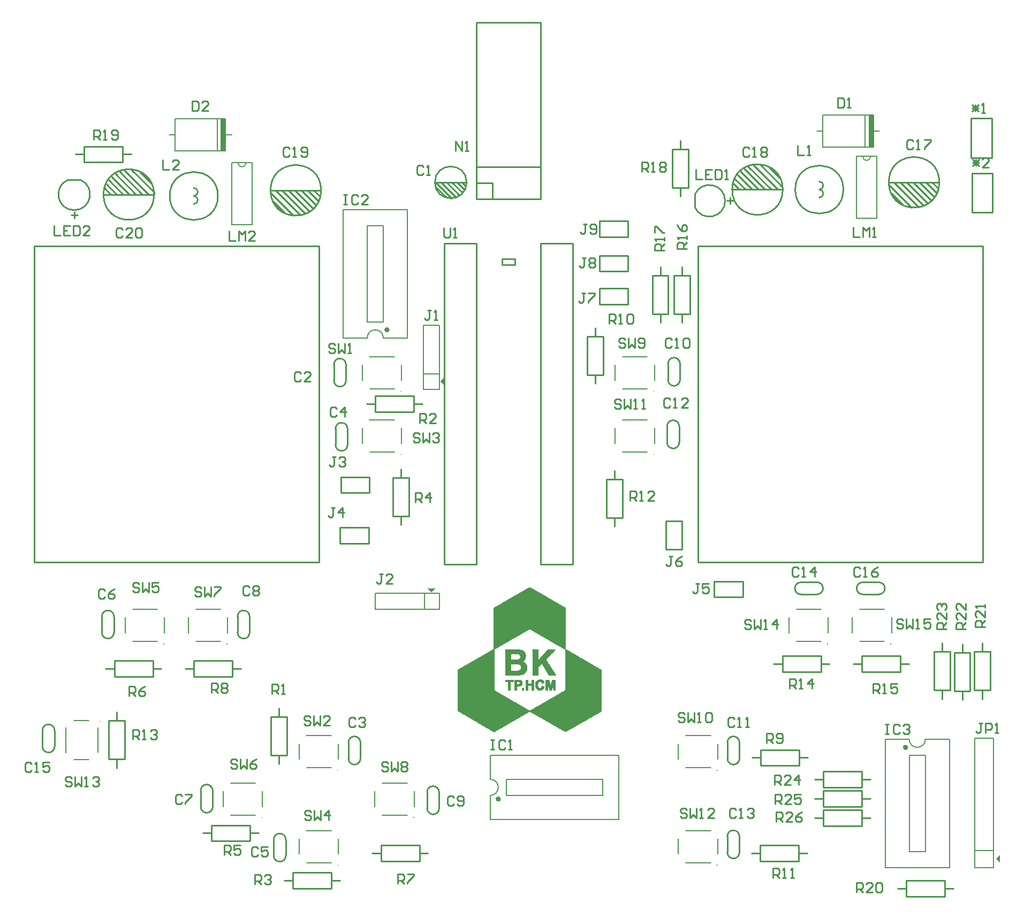
<source format=gto>
G04*
G04 #@! TF.GenerationSoftware,Altium Limited,Altium Designer,21.3.2 (30)*
G04*
G04 Layer_Color=65535*
%FSTAX24Y24*%
%MOIN*%
G70*
G04*
G04 #@! TF.SameCoordinates,7536F4C1-D20E-4AD8-A34B-159FF933A109*
G04*
G04*
G04 #@! TF.FilePolarity,Positive*
G04*
G01*
G75*
%ADD10C,0.0079*%
%ADD11C,0.0100*%
%ADD12C,0.0070*%
%ADD13C,0.0150*%
%ADD14C,0.0010*%
%ADD15C,0.0060*%
%ADD16R,0.0300X0.2000*%
G36*
X034589Y02216D02*
X034839Y02241D01*
X034339D01*
X034589Y02216D01*
D02*
G37*
G36*
X035149Y03531D02*
X035399Y03506D01*
Y03556D01*
X035149Y03531D01*
D02*
G37*
G36*
X069739Y00555D02*
X069989Y0053D01*
Y0058D01*
X069739Y00555D01*
D02*
G37*
D10*
X061443Y049312D02*
G03*
X061935Y049312I000246J0D01*
G01*
X022543Y048912D02*
G03*
X023035Y048912I000246J0D01*
G01*
X062333Y04547D02*
Y049312D01*
X061045Y04547D02*
X062333D01*
X061045D02*
Y049312D01*
X061935D01*
X061443D02*
X062333D01*
X023433Y04507D02*
Y048912D01*
X022145Y04507D02*
X023433D01*
X022145D02*
Y048912D01*
X023035D01*
X022543D02*
X023433D01*
D11*
X066214Y0477D02*
G03*
X066214Y0477I-001575J0D01*
G01*
X058739Y04725D02*
G03*
X058739Y04775I0J00025D01*
G01*
Y04675D02*
G03*
X058739Y04725I0J00025D01*
G01*
X060239D02*
G03*
X060239Y04725I-0015J0D01*
G01*
X056464D02*
G03*
X056464Y04725I-001575J0D01*
G01*
X050015Y032496D02*
G03*
X049263Y03249I-000376J000004D01*
G01*
X049263Y031494D02*
G03*
X050015Y0315I000376J-000004D01*
G01*
X050065Y036396D02*
G03*
X049313Y03639I-000376J000004D01*
G01*
X049313Y035394D02*
G03*
X050065Y0354I000376J-000004D01*
G01*
X053765Y006946D02*
G03*
X053013Y00694I-000376J000004D01*
G01*
X053013Y005944D02*
G03*
X053765Y00595I000376J-000004D01*
G01*
X035065Y009696D02*
G03*
X034313Y00969I-000376J000004D01*
G01*
X034313Y008694D02*
G03*
X035065Y0087I000376J-000004D01*
G01*
X020965Y009796D02*
G03*
X020213Y00979I-000376J000004D01*
G01*
X020213Y008794D02*
G03*
X020965Y0088I000376J-000004D01*
G01*
X029365Y032346D02*
G03*
X028613Y03234I-000376J000004D01*
G01*
X028613Y031344D02*
G03*
X029365Y03135I000376J-000004D01*
G01*
X029265Y036346D02*
G03*
X028513Y03634I-000376J000004D01*
G01*
X028513Y035344D02*
G03*
X029265Y03535I000376J-000004D01*
G01*
X036779Y0477D02*
G03*
X036779Y0477I-00099J0D01*
G01*
X027714Y0472D02*
G03*
X027714Y0472I-001575J0D01*
G01*
X019789Y04685D02*
G03*
X019789Y04735I0J00025D01*
G01*
Y04635D02*
G03*
X019789Y04685I0J00025D01*
G01*
X021289D02*
G03*
X021289Y04685I-0015J0D01*
G01*
X011939Y04785D02*
G03*
X012739Y04785I0004J-0009D01*
G01*
X062445Y022024D02*
G03*
X062439Y022776I000004J000376D01*
G01*
X061443Y022776D02*
G03*
X061449Y022024I-000004J-000376D01*
G01*
X058595Y022024D02*
G03*
X058589Y022776I000004J000376D01*
G01*
X057593Y022776D02*
G03*
X057599Y022024I-000004J-000376D01*
G01*
X053013Y011794D02*
G03*
X053765Y0118I000376J-000004D01*
G01*
X053765Y012796D02*
G03*
X053013Y01279I-000376J000004D01*
G01*
X050989Y04615D02*
G03*
X050989Y04695I0009J0004D01*
G01*
X017314Y046939D02*
G03*
X017314Y046939I-001575J0D01*
G01*
X025515Y006746D02*
G03*
X024763Y00674I-000376J000004D01*
G01*
X024763Y005744D02*
G03*
X025515Y00575I000376J-000004D01*
G01*
X030165Y012796D02*
G03*
X029413Y01279I-000376J000004D01*
G01*
X029413Y011794D02*
G03*
X030165Y0118I000376J-000004D01*
G01*
X011115Y013546D02*
G03*
X010363Y01354I-000376J000004D01*
G01*
X010363Y012544D02*
G03*
X011115Y01255I000376J-000004D01*
G01*
X023265Y020646D02*
G03*
X022513Y02064I-000376J000004D01*
G01*
X022513Y019644D02*
G03*
X023265Y01965I000376J-000004D01*
G01*
X014815Y020646D02*
G03*
X014063Y02064I-000376J000004D01*
G01*
X014063Y019644D02*
G03*
X014815Y01965I000376J-000004D01*
G01*
X037385Y046665D02*
X041385D01*
Y048665D01*
X037385D02*
X041385D01*
X037385Y046665D02*
Y048665D01*
Y046665D02*
Y047665D01*
X038385D01*
Y046665D02*
Y047665D01*
X037385Y048665D02*
Y057665D01*
X041385Y048665D02*
Y057665D01*
X037385D02*
X041385D01*
X063064Y0477D02*
X066214D01*
X065679D02*
X065759D01*
X066139Y04732D01*
X065149Y0477D02*
X065379D01*
X066039Y04704D01*
X064859Y0477D02*
X064979D01*
X065889Y04679D01*
X064409Y0477D02*
X064589D01*
X065719Y04657D01*
X064099Y0477D02*
X064179D01*
X065489Y04639D01*
X063779Y0477D02*
X065229Y04625D01*
X063379Y0477D02*
X064909Y04617D01*
X063069Y04755D02*
Y04768D01*
Y04755D02*
X064489Y04613D01*
X063239Y047D02*
Y04702D01*
Y047D02*
X063949Y04629D01*
X053314Y04725D02*
X056464D01*
X053769D02*
X053849D01*
X053389Y04763D02*
X053769Y04725D01*
X054149D02*
X054379D01*
X053489Y04791D02*
X054149Y04725D01*
X054549D02*
X054669D01*
X053639Y04816D02*
X054549Y04725D01*
X054939D02*
X055119D01*
X053809Y04838D02*
X054939Y04725D01*
X055349D02*
X055429D01*
X054039Y04856D02*
X055349Y04725D01*
X054299Y0487D02*
X055749Y04725D01*
X054619Y04878D02*
X056149Y04725D01*
X056459Y04727D02*
Y0474D01*
X055039Y04882D02*
X056459Y0474D01*
X056289Y04793D02*
Y04795D01*
X055579Y04866D02*
X056289Y04795D01*
X049597Y04975D02*
X050581D01*
Y04735D02*
Y04975D01*
X049597Y04735D02*
X050581D01*
X049597D02*
Y04975D01*
X050089Y04682D02*
Y04734D01*
Y04977D02*
Y05029D01*
X045053Y044308D02*
Y045292D01*
Y044308D02*
X046825D01*
Y045292D01*
X045053D02*
X046825D01*
X045061Y042158D02*
Y043142D01*
Y042158D02*
X046833D01*
Y043142D01*
X045061D02*
X046833D01*
X045053Y040108D02*
Y041092D01*
Y040108D02*
X046825D01*
Y041092D01*
X045053D02*
X046825D01*
X044297Y0357D02*
X045281D01*
X044297D02*
Y0381D01*
X045281D01*
Y0357D02*
Y0381D01*
X044789Y03811D02*
Y03863D01*
Y03516D02*
Y03568D01*
X048347Y0395D02*
X049331D01*
X048347D02*
Y0419D01*
X049331D01*
Y0395D02*
Y0419D01*
X048839Y04191D02*
Y04243D01*
Y03896D02*
Y03948D01*
X049697Y0419D02*
X050681D01*
Y0395D02*
Y0419D01*
X049697Y0395D02*
X050681D01*
X049697D02*
Y0419D01*
X050189Y03897D02*
Y03949D01*
Y04192D02*
Y04244D01*
X050019Y03151D02*
Y03247D01*
X049259Y0315D02*
Y0325D01*
X050069Y03541D02*
Y03637D01*
X049309Y0354D02*
Y0364D01*
X045497Y0292D02*
X046481D01*
Y0268D02*
Y0292D01*
X045497Y0268D02*
X046481D01*
X045497D02*
Y0292D01*
X045989Y02627D02*
Y02679D01*
Y02922D02*
Y02974D01*
X049197Y024814D02*
X050181D01*
Y026586D01*
X049197D02*
X050181D01*
X049197Y024814D02*
Y026586D01*
X052203Y021858D02*
Y022842D01*
Y021858D02*
X053975D01*
Y022842D01*
X052203D02*
X053975D01*
X068397Y01605D02*
X069381D01*
X068397D02*
Y01845D01*
X069381D01*
Y01605D02*
Y01845D01*
X068889Y01846D02*
Y01898D01*
Y01551D02*
Y01603D01*
X067639Y01546D02*
Y01598D01*
Y01841D02*
Y01893D01*
X068131Y016D02*
Y0184D01*
X067147D02*
X068131D01*
X067147Y016D02*
Y0184D01*
Y016D02*
X068131D01*
X065897Y01605D02*
X066881D01*
X065897D02*
Y01845D01*
X066881D01*
Y01605D02*
Y01845D01*
X066389Y01846D02*
Y01898D01*
Y01551D02*
Y01603D01*
X063789Y017208D02*
Y018192D01*
X061389Y017208D02*
X063789D01*
X061389D02*
Y018192D01*
X063789D01*
X060859Y0177D02*
X061379D01*
X063809D02*
X064329D01*
X056439Y017208D02*
Y018192D01*
X058839D01*
Y017208D02*
Y018192D01*
X056439Y017208D02*
X058839D01*
X058849Y0177D02*
X059369D01*
X055899D02*
X056419D01*
X066539Y003208D02*
Y004192D01*
X064139Y003208D02*
X066539D01*
X064139D02*
Y004192D01*
X066539D01*
X063609Y0037D02*
X064129D01*
X066559D02*
X067079D01*
X053769Y00596D02*
Y00692D01*
X053009Y00595D02*
Y00695D01*
X057439Y005408D02*
Y006392D01*
X055039Y005408D02*
X057439D01*
X055039D02*
Y006392D01*
X057439D01*
X054509Y0059D02*
X055029D01*
X057459D02*
X057979D01*
X061389Y008808D02*
Y009792D01*
X058989Y008808D02*
X061389D01*
X058989D02*
Y009792D01*
X061389D01*
X058459Y0093D02*
X058979D01*
X061409D02*
X061929D01*
X061389Y007608D02*
Y008592D01*
X058989Y007608D02*
X061389D01*
X058989D02*
Y008592D01*
X061389D01*
X058459Y0081D02*
X058979D01*
X061409D02*
X061929D01*
X061389Y010008D02*
Y010992D01*
X058989Y010008D02*
X061389D01*
X058989D02*
Y010992D01*
X061389D01*
X058459Y0105D02*
X058979D01*
X061409D02*
X061929D01*
X057489Y011358D02*
Y012342D01*
X055089Y011358D02*
X057489D01*
X055089D02*
Y012342D01*
X057489D01*
X054559Y01185D02*
X055079D01*
X057509D02*
X058029D01*
X031439Y005408D02*
Y006392D01*
X033839D01*
Y005408D02*
Y006392D01*
X031439Y005408D02*
X033839D01*
X033849Y0059D02*
X034369D01*
X030899D02*
X031419D01*
X035069Y00871D02*
Y00967D01*
X034309Y0087D02*
Y0097D01*
X020969Y00881D02*
Y00977D01*
X020209Y0088D02*
Y0098D01*
X014839Y016908D02*
Y017892D01*
X017239D01*
Y016908D02*
Y017892D01*
X014839Y016908D02*
X017239D01*
X017249Y0174D02*
X017769D01*
X014299D02*
X014819D01*
X014497Y01175D02*
X015481D01*
X014497D02*
Y01415D01*
X015481D01*
Y01175D02*
Y01415D01*
X014989Y01416D02*
Y01468D01*
Y01121D02*
Y01173D01*
X022189Y016908D02*
Y017892D01*
X019789Y016908D02*
X022189D01*
X019789D02*
Y017892D01*
X022189D01*
X019259Y0174D02*
X019779D01*
X022209D02*
X022729D01*
X033489Y033408D02*
Y034392D01*
X031089Y033408D02*
X033489D01*
X031089D02*
Y034392D01*
X033489D01*
X030559Y0339D02*
X031079D01*
X033509D02*
X034029D01*
X032197Y0293D02*
X033181D01*
Y0269D02*
Y0293D01*
X032197Y0269D02*
X033181D01*
X032197D02*
Y0293D01*
X032689Y02637D02*
Y02689D01*
Y02932D02*
Y02984D01*
X029369Y03136D02*
Y03232D01*
X028609Y03135D02*
Y03235D01*
X029269Y03536D02*
Y03632D01*
X028509Y03535D02*
Y03635D01*
X034829Y04744D02*
X035509Y04676D01*
X034829Y04744D02*
Y04752D01*
X034859Y0477D02*
X035849Y04671D01*
X035189Y0477D02*
X036119Y04677D01*
X035179Y0477D02*
X035189D01*
X035539D02*
X036329Y04691D01*
X035499Y0477D02*
X035539D01*
X035869D02*
X036519Y04705D01*
X036179Y0477D02*
X036639Y04724D01*
X036169Y0477D02*
X036179D01*
X036479D02*
X036719Y04746D01*
X036309Y0477D02*
X036479D01*
X036309D02*
X036469D01*
X034809D02*
X036779D01*
X024564Y0472D02*
X027714D01*
X027179D02*
X027259D01*
X027639Y04682D01*
X026649Y0472D02*
X026879D01*
X027539Y04654D01*
X026359Y0472D02*
X026479D01*
X027389Y04629D01*
X025909Y0472D02*
X026089D01*
X027219Y04607D01*
X025599Y0472D02*
X025679D01*
X026989Y04589D01*
X025279Y0472D02*
X026729Y04575D01*
X024879Y0472D02*
X026409Y04567D01*
X024569Y04705D02*
Y04718D01*
Y04705D02*
X025989Y04563D01*
X024739Y0465D02*
Y04652D01*
Y0465D02*
X025449Y04579D01*
X015339Y048958D02*
Y049942D01*
X012939Y048958D02*
X015339D01*
X012939D02*
Y049942D01*
X015339D01*
X012409Y04945D02*
X012929D01*
X015359D02*
X015879D01*
X012139Y04565D02*
X012539D01*
X012339Y04545D02*
Y04585D01*
X011939Y04785D02*
X012739D01*
X061439Y02202D02*
X062439D01*
X061469Y02278D02*
X062429D01*
X057589Y02202D02*
X058589D01*
X057619Y02278D02*
X058579D01*
X053009Y0118D02*
Y0128D01*
X053769Y01181D02*
Y01277D01*
X050989Y04615D02*
Y04695D01*
X052989Y04655D02*
X053389D01*
X053189Y04635D02*
Y04675D01*
X014889Y048249D02*
X016199Y046939D01*
X014659Y048069D02*
X015789Y046939D01*
X015149Y048389D02*
X016599Y046939D01*
X015789D02*
X015969D01*
X016199D02*
X016279D01*
X015889Y048509D02*
X017309Y047089D01*
X015469Y048469D02*
X016999Y046939D01*
X016429Y048349D02*
X017139Y047639D01*
Y047619D02*
Y047639D01*
X017309Y046959D02*
Y047089D01*
X014339Y047599D02*
X014999Y046939D01*
X014239Y047319D02*
X014619Y046939D01*
X014489Y047849D02*
X015399Y046939D01*
X014619D02*
X014699D01*
X014999D02*
X015229D01*
X014164D02*
X017314D01*
X015399D02*
X015519D01*
X020889Y007642D02*
X023289D01*
X020349Y00715D02*
X020869D01*
X023299D02*
X023819D01*
X023289Y006658D02*
Y007642D01*
X020889Y006658D02*
Y007642D01*
Y006658D02*
X023289D01*
X025519Y00576D02*
Y00672D01*
X024759Y00575D02*
Y00675D01*
X025939Y003708D02*
X028339D01*
X028359Y0042D02*
X028879D01*
X025409D02*
X025929D01*
X025939Y003708D02*
Y004692D01*
X028339Y003708D02*
Y004692D01*
X025939D02*
X028339D01*
X030169Y01181D02*
Y01277D01*
X029409Y0118D02*
Y0128D01*
X011119Y01256D02*
Y01352D01*
X010359Y01255D02*
Y01355D01*
X023269Y01966D02*
Y02062D01*
X022509Y01965D02*
Y02065D01*
X014819Y01966D02*
Y02062D01*
X014059Y01965D02*
Y02065D01*
X068913Y024043D02*
Y043728D01*
X051196D02*
X068913D01*
X051196Y024043D02*
X068913D01*
X051196D02*
Y043728D01*
X027574Y024043D02*
Y043728D01*
X009857Y024043D02*
X027574D01*
X009857D02*
Y043728D01*
X027574D01*
X025089Y01442D02*
Y01494D01*
Y01147D02*
Y01199D01*
X024597Y012D02*
Y0144D01*
Y012D02*
X025581D01*
Y0144D01*
X024597D02*
X025581D01*
X028961Y029342D02*
X030733D01*
Y028358D02*
Y029342D01*
X028961Y028358D02*
X030733D01*
X028961D02*
Y029342D01*
X028903Y026192D02*
X030675D01*
Y025208D02*
Y026192D01*
X028903Y025208D02*
X030675D01*
X028903D02*
Y026192D01*
X041385Y023885D02*
Y043885D01*
Y023885D02*
X043385D01*
Y043885D01*
X041385D02*
X043385D01*
X035385Y023885D02*
Y043885D01*
Y023885D02*
X037385D01*
Y043885D01*
X035385D02*
X037385D01*
X038991Y04294D02*
X039779D01*
Y042546D02*
Y04294D01*
X038991Y042546D02*
X039779D01*
X038991D02*
Y04294D01*
X068195Y051684D02*
X069483D01*
X068195Y049239D02*
Y051684D01*
Y049239D02*
X069483D01*
Y051684D01*
X068245Y048268D02*
X069533D01*
X068245Y045823D02*
Y048268D01*
Y045823D02*
X069533D01*
Y048268D01*
X056039Y00785D02*
Y00845D01*
X056339D01*
X056439Y00835D01*
Y00815D01*
X056339Y00805D01*
X056039D01*
X056239D02*
X056439Y00785D01*
X057039D02*
X056639D01*
X057039Y00825D01*
Y00835D01*
X056939Y00845D01*
X056739D01*
X056639Y00835D01*
X057639Y00845D02*
X057439Y00835D01*
X057239Y00815D01*
Y00795D01*
X057339Y00785D01*
X057539D01*
X057639Y00795D01*
Y00805D01*
X057539Y00815D01*
X057239D01*
X055989Y00895D02*
Y00955D01*
X056289D01*
X056389Y00945D01*
Y00925D01*
X056289Y00915D01*
X055989D01*
X056189D02*
X056389Y00895D01*
X056989D02*
X056589D01*
X056989Y00935D01*
Y00945D01*
X056889Y00955D01*
X056689D01*
X056589Y00945D01*
X057589Y00955D02*
X057189D01*
Y00925D01*
X057389Y00935D01*
X057489D01*
X057589Y00925D01*
Y00905D01*
X057489Y00895D01*
X057289D01*
X057189Y00905D01*
X055939Y01015D02*
Y01075D01*
X056239D01*
X056339Y01065D01*
Y01045D01*
X056239Y01035D01*
X055939D01*
X056139D02*
X056339Y01015D01*
X056939D02*
X056539D01*
X056939Y01055D01*
Y01065D01*
X056839Y01075D01*
X056639D01*
X056539Y01065D01*
X057439Y01015D02*
Y01075D01*
X057139Y01045D01*
X057539D01*
X066639Y01985D02*
X066039D01*
Y02015D01*
X066139Y02025D01*
X066339D01*
X066439Y02015D01*
Y01985D01*
Y02005D02*
X066639Y02025D01*
Y02085D02*
Y02045D01*
X066239Y02085D01*
X066139D01*
X066039Y02075D01*
Y02055D01*
X066139Y02045D01*
Y02105D02*
X066039Y02115D01*
Y02135D01*
X066139Y02145D01*
X066239D01*
X066339Y02135D01*
Y02125D01*
Y02135D01*
X066439Y02145D01*
X066539D01*
X066639Y02135D01*
Y02115D01*
X066539Y02105D01*
X067839Y01985D02*
X067239D01*
Y02015D01*
X067339Y02025D01*
X067539D01*
X067639Y02015D01*
Y01985D01*
Y02005D02*
X067839Y02025D01*
Y02085D02*
Y02045D01*
X067439Y02085D01*
X067339D01*
X067239Y02075D01*
Y02055D01*
X067339Y02045D01*
X067839Y02145D02*
Y02105D01*
X067439Y02145D01*
X067339D01*
X067239Y02135D01*
Y02115D01*
X067339Y02105D01*
X069039Y02D02*
X068439D01*
Y0203D01*
X068539Y0204D01*
X068739D01*
X068839Y0203D01*
Y02D01*
Y0202D02*
X069039Y0204D01*
Y021D02*
Y0206D01*
X068639Y021D01*
X068539D01*
X068439Y0209D01*
Y0207D01*
X068539Y0206D01*
X069039Y0212D02*
Y0214D01*
Y0213D01*
X068439D01*
X068539Y0212D01*
X061039Y00345D02*
Y00405D01*
X061339D01*
X061439Y00395D01*
Y00375D01*
X061339Y00365D01*
X061039D01*
X061239D02*
X061439Y00345D01*
X062039D02*
X061639D01*
X062039Y00385D01*
Y00395D01*
X061939Y00405D01*
X061739D01*
X061639Y00395D01*
X062239D02*
X062339Y00405D01*
X062539D01*
X062639Y00395D01*
Y00355D01*
X062539Y00345D01*
X062339D01*
X062239Y00355D01*
Y00395D01*
X06888Y014D02*
X06868D01*
X06878D01*
Y0135D01*
X06868Y0134D01*
X06858D01*
X06848Y0135D01*
X06908Y0134D02*
Y014D01*
X06938D01*
X06948Y0139D01*
Y0137D01*
X06938Y0136D01*
X06908D01*
X06968Y0134D02*
X06988D01*
X06978D01*
Y014D01*
X06968Y0139D01*
X06287Y01394D02*
X06307D01*
X06297D01*
Y01334D01*
X06287D01*
X06307D01*
X06377Y01384D02*
X06367Y01394D01*
X06347D01*
X06337Y01384D01*
Y01344D01*
X06347Y01334D01*
X06367D01*
X06377Y01344D01*
X06397Y01384D02*
X06407Y01394D01*
X06427D01*
X06437Y01384D01*
Y01374D01*
X06427Y01364D01*
X06417D01*
X06427D01*
X06437Y01354D01*
Y01344D01*
X06427Y01334D01*
X06407D01*
X06397Y01344D01*
X063939Y0204D02*
X063839Y0205D01*
X063639D01*
X063539Y0204D01*
Y0203D01*
X063639Y0202D01*
X063839D01*
X063939Y0201D01*
Y02D01*
X063839Y0199D01*
X063639D01*
X063539Y02D01*
X064139Y0205D02*
Y0199D01*
X064339Y0201D01*
X064539Y0199D01*
Y0205D01*
X064739Y0199D02*
X064939D01*
X064839D01*
Y0205D01*
X064739Y0204D01*
X065639Y0205D02*
X065239D01*
Y0202D01*
X065439Y0203D01*
X065539D01*
X065639Y0202D01*
Y02D01*
X065539Y0199D01*
X065339D01*
X065239Y02D01*
X054489Y02035D02*
X054389Y02045D01*
X054189D01*
X054089Y02035D01*
Y02025D01*
X054189Y02015D01*
X054389D01*
X054489Y02005D01*
Y01995D01*
X054389Y01985D01*
X054189D01*
X054089Y01995D01*
X054689Y02045D02*
Y01985D01*
X054889Y02005D01*
X055089Y01985D01*
Y02045D01*
X055289Y01985D02*
X055489D01*
X055389D01*
Y02045D01*
X055289Y02035D01*
X056089Y01985D02*
Y02045D01*
X055789Y02015D01*
X056189D01*
X050489Y0086D02*
X050389Y0087D01*
X050189D01*
X050089Y0086D01*
Y0085D01*
X050189Y0084D01*
X050389D01*
X050489Y0083D01*
Y0082D01*
X050389Y0081D01*
X050189D01*
X050089Y0082D01*
X050689Y0087D02*
Y0081D01*
X050889Y0083D01*
X051089Y0081D01*
Y0087D01*
X051289Y0081D02*
X051489D01*
X051389D01*
Y0087D01*
X051289Y0086D01*
X052189Y0081D02*
X051789D01*
X052189Y0085D01*
Y0086D01*
X052089Y0087D01*
X051889D01*
X051789Y0086D01*
X050339Y01455D02*
X050239Y01465D01*
X050039D01*
X049939Y01455D01*
Y01445D01*
X050039Y01435D01*
X050239D01*
X050339Y01425D01*
Y01415D01*
X050239Y01405D01*
X050039D01*
X049939Y01415D01*
X050539Y01465D02*
Y01405D01*
X050739Y01425D01*
X050939Y01405D01*
Y01465D01*
X051139Y01405D02*
X051339D01*
X051239D01*
Y01465D01*
X051139Y01455D01*
X051639D02*
X051739Y01465D01*
X051939D01*
X052039Y01455D01*
Y01415D01*
X051939Y01405D01*
X051739D01*
X051639Y01415D01*
Y01455D01*
X062089Y01585D02*
Y01645D01*
X062389D01*
X062489Y01635D01*
Y01615D01*
X062389Y01605D01*
X062089D01*
X062289D02*
X062489Y01585D01*
X062689D02*
X062889D01*
X062789D01*
Y01645D01*
X062689Y01635D01*
X063589Y01645D02*
X063189D01*
Y01615D01*
X063389Y01625D01*
X063489D01*
X063589Y01615D01*
Y01595D01*
X063489Y01585D01*
X063289D01*
X063189Y01595D01*
X056889Y01615D02*
Y01675D01*
X057189D01*
X057289Y01665D01*
Y01645D01*
X057189Y01635D01*
X056889D01*
X057089D02*
X057289Y01615D01*
X057489D02*
X057689D01*
X057589D01*
Y01675D01*
X057489Y01665D01*
X058289Y01615D02*
Y01675D01*
X057989Y01645D01*
X058389D01*
X055839Y00435D02*
Y00495D01*
X056139D01*
X056239Y00485D01*
Y00465D01*
X056139Y00455D01*
X055839D01*
X056039D02*
X056239Y00435D01*
X056439D02*
X056639D01*
X056539D01*
Y00495D01*
X056439Y00485D01*
X056939Y00435D02*
X057139D01*
X057039D01*
Y00495D01*
X056939Y00485D01*
X055439Y01275D02*
Y01335D01*
X055739D01*
X055839Y01325D01*
Y01305D01*
X055739Y01295D01*
X055439D01*
X055639D02*
X055839Y01275D01*
X056039Y01285D02*
X056139Y01275D01*
X056339D01*
X056439Y01285D01*
Y01325D01*
X056339Y01335D01*
X056139D01*
X056039Y01325D01*
Y01315D01*
X056139Y01305D01*
X056439D01*
X051239Y0227D02*
X051039D01*
X051139D01*
Y0222D01*
X051039Y0221D01*
X050939D01*
X050839Y0222D01*
X051839Y0227D02*
X051439D01*
Y0224D01*
X051639Y0225D01*
X051739D01*
X051839Y0224D01*
Y0222D01*
X051739Y0221D01*
X051539D01*
X051439Y0222D01*
X06129Y02363D02*
X06119Y02373D01*
X06099D01*
X06089Y02363D01*
Y02323D01*
X06099Y02313D01*
X06119D01*
X06129Y02323D01*
X06149Y02313D02*
X06169D01*
X06159D01*
Y02373D01*
X06149Y02363D01*
X06239Y02373D02*
X06219Y02363D01*
X06199Y02343D01*
Y02323D01*
X06209Y02313D01*
X06229D01*
X06239Y02323D01*
Y02333D01*
X06229Y02343D01*
X06199D01*
X05744Y02363D02*
X05734Y02373D01*
X05714D01*
X05704Y02363D01*
Y02323D01*
X05714Y02313D01*
X05734D01*
X05744Y02323D01*
X05764Y02313D02*
X05784D01*
X05774D01*
Y02373D01*
X05764Y02363D01*
X05844Y02313D02*
Y02373D01*
X05814Y02343D01*
X05854D01*
X053539Y0086D02*
X053439Y0087D01*
X053239D01*
X053139Y0086D01*
Y0082D01*
X053239Y0081D01*
X053439D01*
X053539Y0082D01*
X053739Y0081D02*
X053939D01*
X053839D01*
Y0087D01*
X053739Y0086D01*
X054239D02*
X054339Y0087D01*
X054539D01*
X054639Y0086D01*
Y0085D01*
X054539Y0084D01*
X054439D01*
X054539D01*
X054639Y0083D01*
Y0082D01*
X054539Y0081D01*
X054339D01*
X054239Y0082D01*
X05346Y01425D02*
X05336Y01435D01*
X05316D01*
X05306Y01425D01*
Y01385D01*
X05316Y01375D01*
X05336D01*
X05346Y01385D01*
X05366Y01375D02*
X05386D01*
X05376D01*
Y01435D01*
X05366Y01425D01*
X05416Y01375D02*
X05436D01*
X05426D01*
Y01435D01*
X05416Y01425D01*
X044239Y0451D02*
X044039D01*
X044139D01*
Y0446D01*
X044039Y0445D01*
X043939D01*
X043839Y0446D01*
X044439D02*
X044539Y0445D01*
X044739D01*
X044839Y0446D01*
Y045D01*
X044739Y0451D01*
X044539D01*
X044439Y045D01*
Y0449D01*
X044539Y0448D01*
X044839D01*
X013539Y05035D02*
Y05095D01*
X013839D01*
X013939Y05085D01*
Y05065D01*
X013839Y05055D01*
X013539D01*
X013739D02*
X013939Y05035D01*
X014139D02*
X014339D01*
X014239D01*
Y05095D01*
X014139Y05085D01*
X014639Y05045D02*
X014739Y05035D01*
X014939D01*
X015039Y05045D01*
Y05085D01*
X014939Y05095D01*
X014739D01*
X014639Y05085D01*
Y05075D01*
X014739Y05065D01*
X015039D01*
X047689Y04835D02*
Y04895D01*
X047989D01*
X048089Y04885D01*
Y04865D01*
X047989Y04855D01*
X047689D01*
X047889D02*
X048089Y04835D01*
X048289D02*
X048489D01*
X048389D01*
Y04895D01*
X048289Y04885D01*
X048789D02*
X048889Y04895D01*
X049089D01*
X049189Y04885D01*
Y04875D01*
X049089Y04865D01*
X049189Y04855D01*
Y04845D01*
X049089Y04835D01*
X048889D01*
X048789Y04845D01*
Y04855D01*
X048889Y04865D01*
X048789Y04875D01*
Y04885D01*
X048889Y04865D02*
X049089D01*
X011089Y045D02*
Y0444D01*
X011489D01*
X012089Y045D02*
X011689D01*
Y0444D01*
X012089D01*
X011689Y0447D02*
X011889D01*
X012289Y045D02*
Y0444D01*
X012589D01*
X012689Y0445D01*
Y0449D01*
X012589Y045D01*
X012289D01*
X013289Y0444D02*
X012889D01*
X013289Y0448D01*
Y0449D01*
X013189Y045D01*
X012989D01*
X012889Y0449D01*
X05104Y04848D02*
Y04788D01*
X05144D01*
X05204Y04848D02*
X05164D01*
Y04788D01*
X05204D01*
X05164Y04818D02*
X05184D01*
X05224Y04848D02*
Y04788D01*
X05254D01*
X052639Y04798D01*
Y04838D01*
X05254Y04848D01*
X05224D01*
X052839Y04788D02*
X053039D01*
X052939D01*
Y04848D01*
X052839Y04838D01*
X03537Y04487D02*
Y04437D01*
X03547Y04427D01*
X03567D01*
X03577Y04437D01*
Y04487D01*
X03597Y04427D02*
X03617D01*
X03607D01*
Y04487D01*
X03597Y04477D01*
X012189Y01055D02*
X012089Y01065D01*
X011889D01*
X011789Y01055D01*
Y01045D01*
X011889Y01035D01*
X012089D01*
X012189Y01025D01*
Y01015D01*
X012089Y01005D01*
X011889D01*
X011789Y01015D01*
X012389Y01065D02*
Y01005D01*
X012589Y01025D01*
X012789Y01005D01*
Y01065D01*
X012989Y01005D02*
X013189D01*
X013089D01*
Y01065D01*
X012989Y01055D01*
X013489D02*
X013589Y01065D01*
X013789D01*
X013889Y01055D01*
Y01045D01*
X013789Y01035D01*
X013689D01*
X013789D01*
X013889Y01025D01*
Y01015D01*
X013789Y01005D01*
X013589D01*
X013489Y01015D01*
X046389Y0341D02*
X046289Y0342D01*
X046089D01*
X045989Y0341D01*
Y034D01*
X046089Y0339D01*
X046289D01*
X046389Y0338D01*
Y0337D01*
X046289Y0336D01*
X046089D01*
X045989Y0337D01*
X046589Y0342D02*
Y0336D01*
X046789Y0338D01*
X046989Y0336D01*
Y0342D01*
X047189Y0336D02*
X047389D01*
X047289D01*
Y0342D01*
X047189Y0341D01*
X047689Y0336D02*
X047889D01*
X047789D01*
Y0342D01*
X047689Y0341D01*
X046639Y0379D02*
X046539Y038D01*
X046339D01*
X046239Y0379D01*
Y0378D01*
X046339Y0377D01*
X046539D01*
X046639Y0376D01*
Y0375D01*
X046539Y0374D01*
X046339D01*
X046239Y0375D01*
X046839Y038D02*
Y0374D01*
X047039Y0376D01*
X047239Y0374D01*
Y038D01*
X047439Y0375D02*
X047539Y0374D01*
X047739D01*
X047839Y0375D01*
Y0379D01*
X047739Y038D01*
X047539D01*
X047439Y0379D01*
Y0378D01*
X047539Y0377D01*
X047839D01*
X031889Y0115D02*
X031789Y0116D01*
X031589D01*
X031489Y0115D01*
Y0114D01*
X031589Y0113D01*
X031789D01*
X031889Y0112D01*
Y0111D01*
X031789Y011D01*
X031589D01*
X031489Y0111D01*
X032089Y0116D02*
Y011D01*
X032289Y0112D01*
X032489Y011D01*
Y0116D01*
X032689Y0115D02*
X032789Y0116D01*
X032989D01*
X033089Y0115D01*
Y0114D01*
X032989Y0113D01*
X033089Y0112D01*
Y0111D01*
X032989Y011D01*
X032789D01*
X032689Y0111D01*
Y0112D01*
X032789Y0113D01*
X032689Y0114D01*
Y0115D01*
X032789Y0113D02*
X032989D01*
X020239Y0224D02*
X020139Y0225D01*
X019939D01*
X019839Y0224D01*
Y0223D01*
X019939Y0222D01*
X020139D01*
X020239Y0221D01*
Y022D01*
X020139Y0219D01*
X019939D01*
X019839Y022D01*
X020439Y0225D02*
Y0219D01*
X020639Y0221D01*
X020839Y0219D01*
Y0225D01*
X021039D02*
X021439D01*
Y0224D01*
X021039Y022D01*
Y0219D01*
X022489Y01165D02*
X022389Y01175D01*
X022189D01*
X022089Y01165D01*
Y01155D01*
X022189Y01145D01*
X022389D01*
X022489Y01135D01*
Y01125D01*
X022389Y01115D01*
X022189D01*
X022089Y01125D01*
X022689Y01175D02*
Y01115D01*
X022889Y01135D01*
X023089Y01115D01*
Y01175D01*
X023689D02*
X023489Y01165D01*
X023289Y01145D01*
Y01125D01*
X023389Y01115D01*
X023589D01*
X023689Y01125D01*
Y01135D01*
X023589Y01145D01*
X023289D01*
X016389Y02265D02*
X016289Y02275D01*
X016089D01*
X015989Y02265D01*
Y02255D01*
X016089Y02245D01*
X016289D01*
X016389Y02235D01*
Y02225D01*
X016289Y02215D01*
X016089D01*
X015989Y02225D01*
X016589Y02275D02*
Y02215D01*
X016789Y02235D01*
X016989Y02215D01*
Y02275D01*
X017589D02*
X017189D01*
Y02245D01*
X017389Y02255D01*
X017489D01*
X017589Y02245D01*
Y02225D01*
X017489Y02215D01*
X017289D01*
X017189Y02225D01*
X027089Y00845D02*
X026989Y00855D01*
X026789D01*
X026689Y00845D01*
Y00835D01*
X026789Y00825D01*
X026989D01*
X027089Y00815D01*
Y00805D01*
X026989Y00795D01*
X026789D01*
X026689Y00805D01*
X027289Y00855D02*
Y00795D01*
X027489Y00815D01*
X027689Y00795D01*
Y00855D01*
X028189Y00795D02*
Y00855D01*
X027889Y00825D01*
X028289D01*
X033839Y032D02*
X033739Y0321D01*
X033539D01*
X033439Y032D01*
Y0319D01*
X033539Y0318D01*
X033739D01*
X033839Y0317D01*
Y0316D01*
X033739Y0315D01*
X033539D01*
X033439Y0316D01*
X034039Y0321D02*
Y0315D01*
X034239Y0317D01*
X034439Y0315D01*
Y0321D01*
X034639Y032D02*
X034739Y0321D01*
X034939D01*
X035039Y032D01*
Y0319D01*
X034939Y0318D01*
X034839D01*
X034939D01*
X035039Y0317D01*
Y0316D01*
X034939Y0315D01*
X034739D01*
X034639Y0316D01*
X027039Y01435D02*
X026939Y01445D01*
X026739D01*
X026639Y01435D01*
Y01425D01*
X026739Y01415D01*
X026939D01*
X027039Y01405D01*
Y01395D01*
X026939Y01385D01*
X026739D01*
X026639Y01395D01*
X027239Y01445D02*
Y01385D01*
X027439Y01405D01*
X027639Y01385D01*
Y01445D01*
X028239Y01385D02*
X027839D01*
X028239Y01425D01*
Y01435D01*
X028139Y01445D01*
X027939D01*
X027839Y01435D01*
X028589Y03755D02*
X028489Y03765D01*
X028289D01*
X028189Y03755D01*
Y03745D01*
X028289Y03735D01*
X028489D01*
X028589Y03725D01*
Y03715D01*
X028489Y03705D01*
X028289D01*
X028189Y03715D01*
X028789Y03765D02*
Y03705D01*
X028989Y03725D01*
X029189Y03705D01*
Y03765D01*
X029389Y03705D02*
X029589D01*
X029489D01*
Y03765D01*
X029389Y03755D01*
X049089Y04345D02*
X048489D01*
Y04375D01*
X048589Y04385D01*
X048789D01*
X048889Y04375D01*
Y04345D01*
Y04365D02*
X049089Y04385D01*
Y04405D02*
Y04425D01*
Y04415D01*
X048489D01*
X048589Y04405D01*
X048489Y04455D02*
Y04495D01*
X048589D01*
X048989Y04455D01*
X049089D01*
X050489Y04355D02*
X049889D01*
Y04385D01*
X049989Y04395D01*
X050189D01*
X050289Y04385D01*
Y04355D01*
Y04375D02*
X050489Y04395D01*
Y04415D02*
Y04435D01*
Y04425D01*
X049889D01*
X049989Y04415D01*
X049889Y04505D02*
X049989Y04485D01*
X050189Y04465D01*
X050389D01*
X050489Y04475D01*
Y04495D01*
X050389Y04505D01*
X050289D01*
X050189Y04495D01*
Y04465D01*
X015989Y013D02*
Y0136D01*
X016289D01*
X016389Y0135D01*
Y0133D01*
X016289Y0132D01*
X015989D01*
X016189D02*
X016389Y013D01*
X016589D02*
X016789D01*
X016689D01*
Y0136D01*
X016589Y0135D01*
X017089D02*
X017189Y0136D01*
X017389D01*
X017489Y0135D01*
Y0134D01*
X017389Y0133D01*
X017289D01*
X017389D01*
X017489Y0132D01*
Y0131D01*
X017389Y013D01*
X017189D01*
X017089Y0131D01*
X046939Y02785D02*
Y02845D01*
X047239D01*
X047339Y02835D01*
Y02815D01*
X047239Y02805D01*
X046939D01*
X047139D02*
X047339Y02785D01*
X047539D02*
X047739D01*
X047639D01*
Y02845D01*
X047539Y02835D01*
X048439Y02785D02*
X048039D01*
X048439Y02825D01*
Y02835D01*
X048339Y02845D01*
X048139D01*
X048039Y02835D01*
X045639Y0389D02*
Y0395D01*
X045939D01*
X046039Y0394D01*
Y0392D01*
X045939Y0391D01*
X045639D01*
X045839D02*
X046039Y0389D01*
X046239D02*
X046439D01*
X046339D01*
Y0395D01*
X046239Y0394D01*
X046739D02*
X046839Y0395D01*
X047039D01*
X047139Y0394D01*
Y039D01*
X047039Y0389D01*
X046839D01*
X046739Y039D01*
Y0394D01*
X020889Y0159D02*
Y0165D01*
X021189D01*
X021289Y0164D01*
Y0162D01*
X021189Y0161D01*
X020889D01*
X021089D02*
X021289Y0159D01*
X021489Y0164D02*
X021589Y0165D01*
X021789D01*
X021889Y0164D01*
Y0163D01*
X021789Y0162D01*
X021889Y0161D01*
Y016D01*
X021789Y0159D01*
X021589D01*
X021489Y016D01*
Y0161D01*
X021589Y0162D01*
X021489Y0163D01*
Y0164D01*
X021589Y0162D02*
X021789D01*
X032489Y004D02*
Y0046D01*
X032789D01*
X032889Y0045D01*
Y0043D01*
X032789Y0042D01*
X032489D01*
X032689D02*
X032889Y004D01*
X033089Y0046D02*
X033489D01*
Y0045D01*
X033089Y0041D01*
Y004D01*
X015739Y0157D02*
Y0163D01*
X016039D01*
X016139Y0162D01*
Y016D01*
X016039Y0159D01*
X015739D01*
X015939D02*
X016139Y0157D01*
X016739Y0163D02*
X016539Y0162D01*
X016339Y016D01*
Y0158D01*
X016439Y0157D01*
X016639D01*
X016739Y0158D01*
Y0159D01*
X016639Y016D01*
X016339D01*
X021689Y0058D02*
Y0064D01*
X021989D01*
X022089Y0063D01*
Y0061D01*
X021989Y006D01*
X021689D01*
X021889D02*
X022089Y0058D01*
X022689Y0064D02*
X022289D01*
Y0061D01*
X022489Y0062D01*
X022589D01*
X022689Y0061D01*
Y0059D01*
X022589Y0058D01*
X022389D01*
X022289Y0059D01*
X033589Y02775D02*
Y02835D01*
X033889D01*
X033989Y02825D01*
Y02805D01*
X033889Y02795D01*
X033589D01*
X033789D02*
X033989Y02775D01*
X034489D02*
Y02835D01*
X034189Y02805D01*
X034589D01*
X023589Y00395D02*
Y00455D01*
X023889D01*
X023989Y00445D01*
Y00425D01*
X023889Y00415D01*
X023589D01*
X023789D02*
X023989Y00395D01*
X024189Y00445D02*
X024289Y00455D01*
X024489D01*
X024589Y00445D01*
Y00435D01*
X024489Y00425D01*
X024389D01*
X024489D01*
X024589Y00415D01*
Y00405D01*
X024489Y00395D01*
X024289D01*
X024189Y00405D01*
X033839Y0327D02*
Y0333D01*
X034139D01*
X034239Y0332D01*
Y033D01*
X034139Y0329D01*
X033839D01*
X034039D02*
X034239Y0327D01*
X034839D02*
X034439D01*
X034839Y0331D01*
Y0332D01*
X034739Y0333D01*
X034539D01*
X034439Y0332D01*
X02465Y01582D02*
Y01642D01*
X02495D01*
X02505Y01632D01*
Y01612D01*
X02495Y01602D01*
X02465D01*
X02485D02*
X02505Y01582D01*
X02525D02*
X02545D01*
X02535D01*
Y01642D01*
X02525Y01632D01*
X036089Y04965D02*
Y05025D01*
X036489Y04965D01*
Y05025D01*
X036689Y04965D02*
X036889D01*
X036789D01*
Y05025D01*
X036689Y05015D01*
X021989Y04465D02*
Y04405D01*
X022389D01*
X022589D02*
Y04465D01*
X022789Y04445D01*
X022989Y04465D01*
Y04405D01*
X023589D02*
X023189D01*
X023589Y04445D01*
Y04455D01*
X023489Y04465D01*
X023289D01*
X023189Y04455D01*
X060839Y0449D02*
Y0443D01*
X061239D01*
X061439D02*
Y0449D01*
X061639Y0447D01*
X061839Y0449D01*
Y0443D01*
X062039D02*
X062239D01*
X062139D01*
Y0449D01*
X062039Y0448D01*
X017839Y0491D02*
Y0485D01*
X018239D01*
X018839D02*
X018439D01*
X018839Y0489D01*
Y049D01*
X018739Y0491D01*
X018539D01*
X018439Y049D01*
X057389Y05D02*
Y0494D01*
X057789D01*
X057989D02*
X058189D01*
X058089D01*
Y05D01*
X057989Y0499D01*
X044189Y043D02*
X043989D01*
X044089D01*
Y0425D01*
X043989Y0424D01*
X043889D01*
X043789Y0425D01*
X044389Y0429D02*
X044489Y043D01*
X044689D01*
X044789Y0429D01*
Y0428D01*
X044689Y0427D01*
X044789Y0426D01*
Y0425D01*
X044689Y0424D01*
X044489D01*
X044389Y0425D01*
Y0426D01*
X044489Y0427D01*
X044389Y0428D01*
Y0429D01*
X044489Y0427D02*
X044689D01*
X044139Y0408D02*
X043939D01*
X044039D01*
Y0403D01*
X043939Y0402D01*
X043839D01*
X043739Y0403D01*
X044339Y0408D02*
X044739D01*
Y0407D01*
X044339Y0403D01*
Y0402D01*
X049589Y0244D02*
X049389D01*
X049489D01*
Y0239D01*
X049389Y0238D01*
X049289D01*
X049189Y0239D01*
X050189Y0244D02*
X049989Y0243D01*
X049789Y0241D01*
Y0239D01*
X049889Y0238D01*
X050089D01*
X050189Y0239D01*
Y024D01*
X050089Y0241D01*
X049789D01*
X02856Y02743D02*
X02836D01*
X02846D01*
Y02693D01*
X02836Y02683D01*
X02826D01*
X02816Y02693D01*
X02906Y02683D02*
Y02743D01*
X02876Y02713D01*
X02916D01*
X02861Y03058D02*
X02841D01*
X02851D01*
Y03008D01*
X02841Y02998D01*
X02831D01*
X02821Y03008D01*
X02881Y03048D02*
X02891Y03058D01*
X02911D01*
X02921Y03048D01*
Y03038D01*
X02911Y03028D01*
X02901D01*
X02911D01*
X02921Y03018D01*
Y03008D01*
X02911Y02998D01*
X02891D01*
X02881Y03008D01*
X03155Y02331D02*
X03135D01*
X03145D01*
Y02281D01*
X03135Y02271D01*
X03125D01*
X03115Y02281D01*
X03215Y02271D02*
X03175D01*
X03215Y02311D01*
Y02321D01*
X03205Y02331D01*
X03185D01*
X03175Y02321D01*
X03455Y03974D02*
X03435D01*
X03445D01*
Y03924D01*
X03435Y03914D01*
X03425D01*
X03415Y03924D01*
X03475Y03914D02*
X03495D01*
X03485D01*
Y03974D01*
X03475Y03964D01*
X02913Y04694D02*
X02933D01*
X02923D01*
Y04634D01*
X02913D01*
X02933D01*
X03003Y04684D02*
X02993Y04694D01*
X02973D01*
X02963Y04684D01*
Y04644D01*
X02973Y04634D01*
X02993D01*
X03003Y04644D01*
X03063Y04634D02*
X03023D01*
X03063Y04674D01*
Y04684D01*
X03053Y04694D01*
X03033D01*
X03023Y04684D01*
X0383Y01296D02*
X0385D01*
X0384D01*
Y01236D01*
X0383D01*
X0385D01*
X0392Y01286D02*
X0391Y01296D01*
X0389D01*
X0388Y01286D01*
Y01246D01*
X0389Y01236D01*
X0391D01*
X0392Y01246D01*
X0394Y01236D02*
X0396D01*
X0395D01*
Y01296D01*
X0394Y01286D01*
X019689Y05275D02*
Y05215D01*
X019989D01*
X020089Y05225D01*
Y05265D01*
X019989Y05275D01*
X019689D01*
X020689Y05215D02*
X020289D01*
X020689Y05255D01*
Y05265D01*
X020589Y05275D01*
X020389D01*
X020289Y05265D01*
X059889Y05295D02*
Y05235D01*
X060189D01*
X060289Y05245D01*
Y05285D01*
X060189Y05295D01*
X059889D01*
X060489Y05235D02*
X060689D01*
X060589D01*
Y05295D01*
X060489Y05285D01*
X015339Y04475D02*
X015239Y04485D01*
X015039D01*
X014939Y04475D01*
Y04435D01*
X015039Y04425D01*
X015239D01*
X015339Y04435D01*
X015939Y04425D02*
X015539D01*
X015939Y04465D01*
Y04475D01*
X015839Y04485D01*
X015639D01*
X015539Y04475D01*
X016139D02*
X016239Y04485D01*
X016439D01*
X016539Y04475D01*
Y04435D01*
X016439Y04425D01*
X016239D01*
X016139Y04435D01*
Y04475D01*
X025739Y0498D02*
X025639Y0499D01*
X025439D01*
X025339Y0498D01*
Y0494D01*
X025439Y0493D01*
X025639D01*
X025739Y0494D01*
X025939Y0493D02*
X026139D01*
X026039D01*
Y0499D01*
X025939Y0498D01*
X026439Y0494D02*
X026539Y0493D01*
X026739D01*
X026839Y0494D01*
Y0498D01*
X026739Y0499D01*
X026539D01*
X026439Y0498D01*
Y0497D01*
X026539Y0496D01*
X026839D01*
X054389Y0498D02*
X054289Y0499D01*
X054089D01*
X053989Y0498D01*
Y0494D01*
X054089Y0493D01*
X054289D01*
X054389Y0494D01*
X054589Y0493D02*
X054789D01*
X054689D01*
Y0499D01*
X054589Y0498D01*
X055089D02*
X055189Y0499D01*
X055389D01*
X055489Y0498D01*
Y0497D01*
X055389Y0496D01*
X055489Y0495D01*
Y0494D01*
X055389Y0493D01*
X055189D01*
X055089Y0494D01*
Y0495D01*
X055189Y0496D01*
X055089Y0497D01*
Y0498D01*
X055189Y0496D02*
X055389D01*
X064589Y05025D02*
X064489Y05035D01*
X064289D01*
X064189Y05025D01*
Y04985D01*
X064289Y04975D01*
X064489D01*
X064589Y04985D01*
X064789Y04975D02*
X064989D01*
X064889D01*
Y05035D01*
X064789Y05025D01*
X065289Y05035D02*
X065689D01*
Y05025D01*
X065289Y04985D01*
Y04975D01*
X009689Y01145D02*
X009589Y01155D01*
X009389D01*
X009289Y01145D01*
Y01105D01*
X009389Y01095D01*
X009589D01*
X009689Y01105D01*
X009889Y01095D02*
X010089D01*
X009989D01*
Y01155D01*
X009889Y01145D01*
X010789Y01155D02*
X010389D01*
Y01125D01*
X010589Y01135D01*
X010689D01*
X010789Y01125D01*
Y01105D01*
X010689Y01095D01*
X010489D01*
X010389Y01105D01*
X049439Y03415D02*
X049339Y03425D01*
X049139D01*
X049039Y03415D01*
Y03375D01*
X049139Y03365D01*
X049339D01*
X049439Y03375D01*
X049639Y03365D02*
X049839D01*
X049739D01*
Y03425D01*
X049639Y03415D01*
X050539Y03365D02*
X050139D01*
X050539Y03405D01*
Y03415D01*
X050439Y03425D01*
X050239D01*
X050139Y03415D01*
X049539Y0379D02*
X049439Y038D01*
X049239D01*
X049139Y0379D01*
Y0375D01*
X049239Y0374D01*
X049439D01*
X049539Y0375D01*
X049739Y0374D02*
X049939D01*
X049839D01*
Y038D01*
X049739Y0379D01*
X050239D02*
X050339Y038D01*
X050539D01*
X050639Y0379D01*
Y0375D01*
X050539Y0374D01*
X050339D01*
X050239Y0375D01*
Y0379D01*
X035989Y00935D02*
X035889Y00945D01*
X035689D01*
X035589Y00935D01*
Y00895D01*
X035689Y00885D01*
X035889D01*
X035989Y00895D01*
X036189D02*
X036289Y00885D01*
X036489D01*
X036589Y00895D01*
Y00935D01*
X036489Y00945D01*
X036289D01*
X036189Y00935D01*
Y00925D01*
X036289Y00915D01*
X036589D01*
X023239Y02245D02*
X023139Y02255D01*
X022939D01*
X022839Y02245D01*
Y02205D01*
X022939Y02195D01*
X023139D01*
X023239Y02205D01*
X023439Y02245D02*
X023539Y02255D01*
X023739D01*
X023839Y02245D01*
Y02235D01*
X023739Y02225D01*
X023839Y02215D01*
Y02205D01*
X023739Y02195D01*
X023539D01*
X023439Y02205D01*
Y02215D01*
X023539Y02225D01*
X023439Y02235D01*
Y02245D01*
X023539Y02225D02*
X023739D01*
X019039Y00945D02*
X018939Y00955D01*
X018739D01*
X018639Y00945D01*
Y00905D01*
X018739Y00895D01*
X018939D01*
X019039Y00905D01*
X019239Y00955D02*
X019639D01*
Y00945D01*
X019239Y00905D01*
Y00895D01*
X014239Y02225D02*
X014139Y02235D01*
X013939D01*
X013839Y02225D01*
Y02185D01*
X013939Y02175D01*
X014139D01*
X014239Y02185D01*
X014839Y02235D02*
X014639Y02225D01*
X014439Y02205D01*
Y02185D01*
X014539Y02175D01*
X014739D01*
X014839Y02185D01*
Y02195D01*
X014739Y02205D01*
X014439D01*
X023789Y0062D02*
X023689Y0063D01*
X023489D01*
X023389Y0062D01*
Y0058D01*
X023489Y0057D01*
X023689D01*
X023789Y0058D01*
X024389Y0063D02*
X023989D01*
Y006D01*
X024189Y0061D01*
X024289D01*
X024389Y006D01*
Y0058D01*
X024289Y0057D01*
X024089D01*
X023989Y0058D01*
X028689Y0336D02*
X028589Y0337D01*
X028389D01*
X028289Y0336D01*
Y0332D01*
X028389Y0331D01*
X028589D01*
X028689Y0332D01*
X029189Y0331D02*
Y0337D01*
X028889Y0334D01*
X029289D01*
X02986Y01425D02*
X02976Y01435D01*
X02956D01*
X02946Y01425D01*
Y01385D01*
X02956Y01375D01*
X02976D01*
X02986Y01385D01*
X03006Y01425D02*
X03016Y01435D01*
X03036D01*
X03046Y01425D01*
Y01415D01*
X03036Y01405D01*
X03026D01*
X03036D01*
X03046Y01395D01*
Y01385D01*
X03036Y01375D01*
X03016D01*
X03006Y01385D01*
X026439Y0358D02*
X026339Y0359D01*
X026139D01*
X026039Y0358D01*
Y0354D01*
X026139Y0353D01*
X026339D01*
X026439Y0354D01*
X027039Y0353D02*
X026639D01*
X027039Y0357D01*
Y0358D01*
X026939Y0359D01*
X026739D01*
X026639Y0358D01*
X034089Y04865D02*
X033989Y04875D01*
X033789D01*
X033689Y04865D01*
Y04825D01*
X033789Y04815D01*
X033989D01*
X034089Y04825D01*
X034289Y04815D02*
X034489D01*
X034389D01*
Y04875D01*
X034289Y04865D01*
X0683Y04912D02*
X0687Y04872D01*
X0683D02*
X0687Y04912D01*
X0683Y04892D02*
X0687D01*
X0685Y04872D02*
Y04912D01*
X0693Y04862D02*
X0689D01*
X0693Y04902D01*
Y04912D01*
X0692Y04922D01*
X069D01*
X0689Y04912D01*
X06825Y05253D02*
X06865Y05213D01*
X06825D02*
X06865Y05253D01*
X06825Y05233D02*
X06865D01*
X06845Y05213D02*
Y05253D01*
X06885Y05203D02*
X06905D01*
X06895D01*
Y05263D01*
X06885Y05253D01*
D12*
X038235Y0095D02*
G03*
X038239Y0105I000017J0005D01*
G01*
X064339Y013004D02*
G03*
X065339Y013I0005J-000017D01*
G01*
X031589Y037996D02*
G03*
X030589Y038I-0005J000017D01*
G01*
X061599Y0499D02*
Y05189D01*
X058969Y0499D02*
X062109D01*
X058969D02*
Y0519D01*
X062109D01*
Y0499D02*
Y0519D01*
X058589Y0509D02*
X058969D01*
X062109D02*
X062489D01*
X062109Y05044D02*
Y0509D01*
Y05134D01*
X048424Y030751D02*
X048434Y030761D01*
X048424Y034688D02*
X048434Y034698D01*
X052361Y00516D02*
X052371Y00517D01*
X052361Y011066D02*
X052371Y011076D01*
X033463Y008113D02*
X033473Y008123D01*
X024015Y008113D02*
X024025Y008123D01*
X032676Y030751D02*
X032686Y030761D01*
X032676Y034688D02*
X032686Y034698D01*
X021249Y04965D02*
Y05164D01*
X018619Y04965D02*
X021759D01*
X018619D02*
Y05165D01*
X021759D01*
Y04965D02*
Y05165D01*
X018239Y05065D02*
X018619D01*
X021759D02*
X022139D01*
X021759Y05019D02*
Y05065D01*
Y05109D01*
X068419Y00499D02*
X069589D01*
Y01307D01*
X068419D02*
X069589D01*
X068419Y00499D02*
Y01307D01*
X068429Y00606D02*
X069589D01*
X038239Y01199D02*
X038249Y012D01*
X046239D01*
Y008D02*
Y012D01*
X038239Y008D02*
X046239D01*
X038239Y01051D02*
Y012D01*
Y008D02*
Y0095D01*
X039239D02*
Y0105D01*
Y0095D02*
X045239D01*
Y0105D01*
X039239D02*
X045239D01*
X065339Y006D02*
Y012D01*
X064339Y006D02*
X065339D01*
X064339D02*
Y012D01*
X065339D01*
X062839Y013D02*
X064339D01*
X065349D02*
X066839D01*
X062839Y005D02*
Y013D01*
Y005D02*
X066839D01*
Y01299D01*
X066829Y013D02*
X066839Y01299D01*
X063188Y01894D02*
X063198Y01895D01*
X059251Y01894D02*
X059261Y01895D01*
X031089Y0221D02*
X035089D01*
Y0211D02*
Y0221D01*
X031089Y0211D02*
X035089D01*
X031089D02*
Y0221D01*
X034139Y02111D02*
Y0221D01*
X035089Y03481D02*
Y03881D01*
X034089Y03481D02*
X035089D01*
X034089D02*
Y03881D01*
X035089D01*
X034099Y03576D02*
X035089D01*
X028739Y011066D02*
X028749Y011076D01*
X028739Y00516D02*
X028749Y00517D01*
X013945Y014125D02*
X013955Y014115D01*
X021849Y01894D02*
X021859Y01895D01*
X017912Y01894D02*
X017922Y01895D01*
X030589Y039D02*
Y045D01*
X031589D01*
Y039D02*
Y045D01*
X030589Y039D02*
X031589D01*
Y038D02*
X033089D01*
X029089D02*
X030579D01*
X033089D02*
Y046D01*
X029089D02*
X033089D01*
X029089Y03801D02*
Y046D01*
Y03801D02*
X029099Y038D01*
D13*
X038829Y00927D02*
G03*
X038829Y00927I-00008J0D01*
G01*
X064189Y01249D02*
G03*
X064189Y01249I-00008J0D01*
G01*
X031899Y03851D02*
G03*
X031899Y03851I-00008J0D01*
G01*
D14*
X040676Y022467D02*
X040716D01*
X040656Y022457D02*
X040736D01*
X040646Y022447D02*
X040736D01*
X040626Y022437D02*
X040766D01*
X040606Y022427D02*
X040786D01*
X040596Y022417D02*
X040796D01*
X040566Y022407D02*
X040826D01*
X040556Y022397D02*
X040836D01*
X040536Y022387D02*
X040846D01*
X040516Y022377D02*
X040876D01*
X040506Y022367D02*
X040886D01*
X040486Y022357D02*
X040896D01*
X040466Y022347D02*
X040926D01*
X040446Y022337D02*
X040936D01*
X040436Y022327D02*
X040946D01*
X040416Y022317D02*
X040976D01*
X040396Y022307D02*
X040986D01*
X040366Y022297D02*
X041016D01*
X040366Y022287D02*
X041026D01*
X040346Y022277D02*
X041046D01*
X040316Y022267D02*
X041066D01*
X040306Y022257D02*
X041076D01*
X040296Y022247D02*
X041096D01*
X040266Y022237D02*
X041116D01*
X040256Y022227D02*
X041136D01*
X040246Y022217D02*
X041146D01*
X040216Y022207D02*
X041166D01*
X040206Y022197D02*
X041186D01*
X040186Y022187D02*
X041196D01*
X040156Y022177D02*
X041226D01*
X040156Y022167D02*
X041236D01*
X040136Y022157D02*
X041256D01*
X040116Y022147D02*
X041276D01*
X040106Y022137D02*
X041286D01*
X040086Y022127D02*
X041306D01*
X040066Y022117D02*
X041326D01*
X040046Y022107D02*
X041336D01*
X040036Y022097D02*
X041346D01*
X040016Y022087D02*
X041376D01*
X039996Y022077D02*
X041396D01*
X039986Y022067D02*
X041396D01*
X039956Y022057D02*
X041426D01*
X039946Y022047D02*
X041446D01*
X039926Y022037D02*
X041466D01*
X039906Y022027D02*
X041486D01*
X039896Y022017D02*
X041486D01*
X039876Y022007D02*
X041516D01*
X039856Y021997D02*
X041536D01*
X039846Y021987D02*
X041546D01*
X039816Y021977D02*
X041576D01*
X039806Y021967D02*
X041586D01*
X039786Y021957D02*
X041596D01*
X039766Y021947D02*
X041626D01*
X039756Y021937D02*
X041626D01*
X039736Y021927D02*
X041646D01*
X039716Y021917D02*
X041676D01*
X039696Y021907D02*
X041686D01*
X039686Y021897D02*
X041696D01*
X039666Y021887D02*
X041726D01*
X039646Y021877D02*
X041736D01*
X039646Y021867D02*
X041746D01*
X039616Y021857D02*
X041776D01*
X039596Y021847D02*
X041786D01*
X039586Y021837D02*
X041806D01*
X039556Y021827D02*
X041826D01*
X039556Y021817D02*
X041836D01*
X039526Y021807D02*
X041866D01*
X039506Y021797D02*
X041876D01*
X039496Y021787D02*
X041886D01*
X039466Y021777D02*
X041916D01*
X039456Y021767D02*
X041926D01*
X039446Y021757D02*
X041946D01*
X039416Y021747D02*
X041966D01*
X039406Y021737D02*
X041976D01*
X039396Y021727D02*
X041996D01*
X039366Y021717D02*
X042016D01*
X039356Y021707D02*
X042036D01*
X039346Y021697D02*
X042046D01*
X039316Y021687D02*
X042066D01*
X039306Y021677D02*
X042086D01*
X039296Y021667D02*
X042096D01*
X039266Y021657D02*
X042116D01*
X039256Y021647D02*
X042136D01*
X039236Y021637D02*
X042146D01*
X039216Y021627D02*
X042176D01*
X039206Y021617D02*
X042186D01*
X039186Y021607D02*
X042206D01*
X039166Y021597D02*
X042226D01*
X039146Y021587D02*
X042236D01*
X039136Y021577D02*
X042246D01*
X039116Y021567D02*
X042276D01*
X039096Y021557D02*
X042296D01*
X039066Y021547D02*
X042316D01*
X039066Y021537D02*
X042326D01*
X039046Y021527D02*
X042346D01*
X039026Y021517D02*
X042366D01*
X039006Y021507D02*
X042376D01*
X038996Y021497D02*
X042386D01*
X038976Y021487D02*
X042416D01*
X038956Y021477D02*
X042436D01*
X038946Y021467D02*
X042436D01*
X038916Y021457D02*
X042466D01*
X038906Y021447D02*
X042486D01*
X038896Y021437D02*
X042496D01*
X038866Y021427D02*
X042526D01*
X038856Y021417D02*
X042536D01*
X038836Y021407D02*
X042546D01*
X038816Y021397D02*
X042576D01*
X038806Y021387D02*
X042576D01*
X038786Y021377D02*
X042596D01*
X038766Y021367D02*
X042626D01*
X038746Y021357D02*
X042636D01*
X038746Y021347D02*
X042646D01*
X038716Y021337D02*
X042676D01*
X038696Y021327D02*
X042686D01*
X038686Y021317D02*
X042696D01*
X038656Y021307D02*
X042726D01*
X038646Y021297D02*
X042736D01*
X038626Y021287D02*
X042766D01*
X038606Y021277D02*
X042776D01*
X038596Y021267D02*
X042786D01*
X038576Y021257D02*
X042816D01*
X038556Y021247D02*
X042826D01*
X038546Y021237D02*
X042836D01*
X038516Y021227D02*
X042866D01*
X038506Y021217D02*
X042876D01*
X038486Y021207D02*
X042896D01*
X038466Y021197D02*
X042916D01*
X038456Y021187D02*
X042926D01*
X038456Y021177D02*
X042926D01*
X038456Y021167D02*
X042926D01*
X038456Y021157D02*
X042926D01*
X038456Y021147D02*
X042926D01*
X038456Y021137D02*
X042926D01*
X038456Y021127D02*
X042926D01*
X038456Y021117D02*
X042926D01*
X038456Y021107D02*
X042926D01*
X038456Y021097D02*
X042926D01*
X038456Y021087D02*
X042926D01*
X038456Y021077D02*
X042926D01*
X038456Y021067D02*
X042926D01*
X038456Y021057D02*
X042926D01*
X038456Y021047D02*
X042926D01*
X038456Y021037D02*
X042926D01*
X038456Y021027D02*
X042926D01*
X038456Y021017D02*
X042926D01*
X038456Y021007D02*
X042926D01*
X038456Y020997D02*
X042926D01*
X038456Y020987D02*
X042926D01*
X038456Y020977D02*
X042926D01*
X038456Y020967D02*
X042926D01*
X038456Y020957D02*
X042926D01*
X038456Y020947D02*
X042926D01*
X038456Y020937D02*
X042926D01*
X038456Y020927D02*
X042926D01*
X038456Y020917D02*
X042926D01*
X038456Y020907D02*
X042926D01*
X038456Y020897D02*
X042926D01*
X038456Y020887D02*
X042926D01*
X038456Y020877D02*
X042926D01*
X038456Y020867D02*
X042926D01*
X038456Y020857D02*
X042926D01*
X038456Y020847D02*
X042926D01*
X038456Y020837D02*
X042926D01*
X038456Y020827D02*
X042926D01*
X038456Y020817D02*
X042926D01*
X038456Y020807D02*
X042926D01*
X038456Y020797D02*
X042926D01*
X038456Y020787D02*
X042926D01*
X038456Y020777D02*
X042926D01*
X038456Y020767D02*
X042926D01*
X038456Y020757D02*
X042926D01*
X038456Y020747D02*
X042926D01*
X038456Y020737D02*
X042926D01*
X038456Y020727D02*
X042926D01*
X038456Y020717D02*
X042926D01*
X038456Y020707D02*
X042926D01*
X038456Y020697D02*
X042926D01*
X038456Y020687D02*
X042926D01*
X038456Y020677D02*
X042926D01*
X038456Y020667D02*
X042926D01*
X038456Y020657D02*
X042926D01*
X038456Y020647D02*
X042926D01*
X038456Y020637D02*
X042926D01*
X038456Y020627D02*
X042926D01*
X038456Y020617D02*
X042926D01*
X038456Y020607D02*
X042926D01*
X038456Y020597D02*
X042926D01*
X038456Y020587D02*
X042926D01*
X038456Y020577D02*
X042926D01*
X038456Y020567D02*
X042926D01*
X038456Y020557D02*
X042926D01*
X038456Y020547D02*
X042926D01*
X038456Y020537D02*
X042926D01*
X038456Y020527D02*
X042926D01*
X038456Y020517D02*
X042926D01*
X038456Y020507D02*
X042926D01*
X038456Y020497D02*
X042926D01*
X038456Y020487D02*
X042926D01*
X038456Y020477D02*
X042926D01*
X038456Y020467D02*
X042926D01*
X038456Y020457D02*
X042926D01*
X038456Y020447D02*
X042926D01*
X038456Y020437D02*
X042926D01*
X038456Y020427D02*
X042926D01*
X038456Y020417D02*
X042926D01*
X038456Y020407D02*
X042926D01*
X038456Y020397D02*
X042926D01*
X038456Y020387D02*
X042926D01*
X038456Y020377D02*
X042926D01*
X038456Y020367D02*
X042926D01*
X038456Y020357D02*
X042926D01*
X038456Y020347D02*
X042926D01*
X038456Y020337D02*
X042926D01*
X038456Y020327D02*
X042926D01*
X038456Y020317D02*
X042926D01*
X038456Y020307D02*
X042926D01*
X038456Y020297D02*
X042926D01*
X038456Y020287D02*
X042926D01*
X038456Y020277D02*
X042926D01*
X038456Y020267D02*
X042926D01*
X038456Y020257D02*
X042926D01*
X038456Y020247D02*
X042926D01*
X038456Y020237D02*
X042926D01*
X038456Y020227D02*
X042926D01*
X038456Y020217D02*
X042926D01*
X038456Y020207D02*
X042926D01*
X038456Y020197D02*
X042926D01*
X038456Y020187D02*
X042926D01*
X038456Y020177D02*
X042926D01*
X038456Y020167D02*
X042926D01*
X038456Y020157D02*
X042926D01*
X038456Y020147D02*
X042926D01*
X038456Y020137D02*
X042926D01*
X038456Y020127D02*
X042926D01*
X038456Y020117D02*
X042926D01*
X038456Y020107D02*
X042926D01*
X038456Y020097D02*
X042926D01*
X038456Y020087D02*
X042926D01*
X038456Y020077D02*
X042926D01*
X038456Y020067D02*
X042926D01*
X038456Y020057D02*
X042926D01*
X038456Y020047D02*
X042926D01*
X038456Y020037D02*
X042926D01*
X038456Y020027D02*
X042926D01*
X038456Y020017D02*
X042926D01*
X038456Y020007D02*
X042926D01*
X038456Y019997D02*
X042926D01*
X038456Y019987D02*
X042926D01*
X038456Y019977D02*
X042926D01*
X038456Y019967D02*
X042926D01*
X038456Y019957D02*
X042926D01*
X038456Y019947D02*
X042926D01*
X038456Y019937D02*
X042926D01*
X038456Y019927D02*
X042926D01*
X038456Y019917D02*
X042926D01*
X038456Y019907D02*
X042926D01*
X038456Y019897D02*
X042926D01*
X038456Y019887D02*
X042926D01*
X038456Y019877D02*
X040676D01*
X040716D02*
X042926D01*
X038456Y019867D02*
X040656D01*
X040726D02*
X042926D01*
X038456Y019857D02*
X040646D01*
X040736D02*
X042926D01*
X038456Y019847D02*
X040616D01*
X040766D02*
X042926D01*
X038456Y019837D02*
X040606D01*
X040776D02*
X042926D01*
X038456Y019827D02*
X040586D01*
X040796D02*
X042926D01*
X038456Y019817D02*
X040566D01*
X040816D02*
X042926D01*
X038456Y019807D02*
X040556D01*
X040826D02*
X042926D01*
X038456Y019797D02*
X040536D01*
X040846D02*
X042926D01*
X038456Y019787D02*
X040516D01*
X040866D02*
X042926D01*
X038456Y019777D02*
X040506D01*
X040886D02*
X042926D01*
X038456Y019767D02*
X040486D01*
X040896D02*
X042926D01*
X038456Y019757D02*
X040466D01*
X040916D02*
X042926D01*
X038456Y019747D02*
X040446D01*
X040936D02*
X042926D01*
X038456Y019737D02*
X040436D01*
X040946D02*
X042926D01*
X038456Y019727D02*
X040416D01*
X040966D02*
X042926D01*
X038456Y019717D02*
X040396D01*
X040986D02*
X042926D01*
X038456Y019707D02*
X040386D01*
X040996D02*
X042926D01*
X038456Y019697D02*
X040356D01*
X041026D02*
X042926D01*
X038456Y019687D02*
X040346D01*
X041036D02*
X042926D01*
X038456Y019677D02*
X040336D01*
X041046D02*
X042926D01*
X038456Y019667D02*
X040306D01*
X041076D02*
X042926D01*
X038456Y019657D02*
X040296D01*
X041086D02*
X042926D01*
X038456Y019647D02*
X040286D01*
X041096D02*
X042926D01*
X038456Y019637D02*
X040256D01*
X041126D02*
X042926D01*
X038456Y019627D02*
X040246D01*
X041136D02*
X042926D01*
X038456Y019617D02*
X040216D01*
X041166D02*
X042926D01*
X038456Y019607D02*
X040206D01*
X041176D02*
X042926D01*
X038456Y019597D02*
X040196D01*
X041186D02*
X042926D01*
X038456Y019587D02*
X040166D01*
X041216D02*
X042926D01*
X038456Y019577D02*
X040156D01*
X041226D02*
X042926D01*
X038456Y019567D02*
X040146D01*
X041236D02*
X042926D01*
X038456Y019557D02*
X040116D01*
X041266D02*
X042926D01*
X038456Y019547D02*
X040106D01*
X041286D02*
X042926D01*
X038456Y019537D02*
X040096D01*
X041286D02*
X042926D01*
X038456Y019527D02*
X040066D01*
X041316D02*
X042926D01*
X038456Y019517D02*
X040056D01*
X041326D02*
X042926D01*
X038456Y019507D02*
X040046D01*
X041346D02*
X042926D01*
X038456Y019497D02*
X040016D01*
X041376D02*
X042926D01*
X038456Y019487D02*
X040006D01*
X041376D02*
X042926D01*
X038456Y019477D02*
X039986D01*
X041396D02*
X042926D01*
X038456Y019467D02*
X039956D01*
X041426D02*
X042926D01*
X038456Y019457D02*
X039956D01*
X041426D02*
X042926D01*
X038456Y019447D02*
X039936D01*
X041446D02*
X042926D01*
X038456Y019437D02*
X039916D01*
X041466D02*
X042926D01*
X038456Y019427D02*
X039896D01*
X041486D02*
X042926D01*
X038456Y019417D02*
X039886D01*
X041496D02*
X042926D01*
X038456Y019407D02*
X039866D01*
X041516D02*
X042926D01*
X038456Y019397D02*
X039846D01*
X041536D02*
X042926D01*
X038456Y019387D02*
X039836D01*
X041546D02*
X042926D01*
X038456Y019377D02*
X039816D01*
X041576D02*
X042926D01*
X038456Y019367D02*
X039796D01*
X041586D02*
X042926D01*
X038456Y019357D02*
X039766D01*
X041606D02*
X042926D01*
X038456Y019347D02*
X039756D01*
X041626D02*
X042926D01*
X038456Y019337D02*
X039746D01*
X041636D02*
X042926D01*
X038456Y019327D02*
X039716D01*
X041656D02*
X042926D01*
X038456Y019317D02*
X039706D01*
X041676D02*
X042926D01*
X038456Y019307D02*
X039696D01*
X041686D02*
X042926D01*
X038456Y019297D02*
X039666D01*
X041716D02*
X042926D01*
X038456Y019287D02*
X039656D01*
X041726D02*
X042926D01*
X038456Y019277D02*
X039636D01*
X041746D02*
X042926D01*
X038456Y019267D02*
X039616D01*
X041766D02*
X042926D01*
X038456Y019257D02*
X039606D01*
X041776D02*
X042926D01*
X038456Y019247D02*
X039586D01*
X041796D02*
X042926D01*
X038456Y019237D02*
X039566D01*
X041826D02*
X042926D01*
X038456Y019227D02*
X039556D01*
X041836D02*
X042926D01*
X038456Y019217D02*
X039536D01*
X041846D02*
X042926D01*
X038456Y019207D02*
X039516D01*
X041866D02*
X042926D01*
X038456Y019197D02*
X039496D01*
X041886D02*
X042926D01*
X038456Y019187D02*
X039486D01*
X041896D02*
X042926D01*
X038456Y019177D02*
X039466D01*
X041926D02*
X042926D01*
X038456Y019167D02*
X039446D01*
X041936D02*
X042926D01*
X038456Y019157D02*
X039436D01*
X041946D02*
X042926D01*
X038456Y019147D02*
X039406D01*
X041976D02*
X042926D01*
X038456Y019137D02*
X039396D01*
X041986D02*
X042926D01*
X038456Y019127D02*
X039366D01*
X042006D02*
X042926D01*
X038456Y019117D02*
X039356D01*
X042026D02*
X042926D01*
X038456Y019107D02*
X039346D01*
X042036D02*
X042926D01*
X038456Y019097D02*
X039326D01*
X042066D02*
X042926D01*
X038456Y019087D02*
X039306D01*
X042076D02*
X042926D01*
X038456Y019077D02*
X039296D01*
X042096D02*
X042926D01*
X038456Y019067D02*
X039266D01*
X042116D02*
X042926D01*
X038456Y019057D02*
X039256D01*
X042126D02*
X042926D01*
X038456Y019047D02*
X039236D01*
X042146D02*
X042926D01*
X038456Y019037D02*
X039216D01*
X042166D02*
X042926D01*
X038456Y019027D02*
X039206D01*
X042176D02*
X042926D01*
X038456Y019017D02*
X039186D01*
X042196D02*
X042926D01*
X038456Y019007D02*
X039166D01*
X042216D02*
X042926D01*
X038456Y018997D02*
X039146D01*
X042236D02*
X042926D01*
X038456Y018987D02*
X039136D01*
X042246D02*
X042926D01*
X038456Y018977D02*
X039116D01*
X042266D02*
X042926D01*
X038456Y018967D02*
X039096D01*
X042286D02*
X042926D01*
X038456Y018957D02*
X039086D01*
X042296D02*
X042926D01*
X038456Y018947D02*
X039066D01*
X042326D02*
X042926D01*
X038456Y018937D02*
X039046D01*
X042336D02*
X042926D01*
X038456Y018927D02*
X039036D01*
X042346D02*
X042926D01*
X038456Y018917D02*
X039006D01*
X042376D02*
X042926D01*
X038456Y018907D02*
X038996D01*
X042386D02*
X042926D01*
X038456Y018897D02*
X038986D01*
X042396D02*
X042926D01*
X038456Y018887D02*
X038956D01*
X042426D02*
X042926D01*
X038456Y018877D02*
X038946D01*
X042436D02*
X042926D01*
X038456Y018867D02*
X038916D01*
X042466D02*
X042926D01*
X038456Y018857D02*
X038906D01*
X042476D02*
X042926D01*
X038456Y018847D02*
X038896D01*
X042496D02*
X042926D01*
X038456Y018837D02*
X038866D01*
X042516D02*
X042926D01*
X038456Y018827D02*
X038856D01*
X042526D02*
X042926D01*
X038456Y018817D02*
X038846D01*
X042536D02*
X042926D01*
X038456Y018807D02*
X038816D01*
X042566D02*
X042926D01*
X038456Y018797D02*
X038806D01*
X042586D02*
X042926D01*
X038456Y018787D02*
X038796D01*
X042586D02*
X042926D01*
X038456Y018777D02*
X038766D01*
X042616D02*
X042926D01*
X038456Y018767D02*
X038756D01*
X042636D02*
X042926D01*
X038456Y018757D02*
X038746D01*
X042646D02*
X042926D01*
X038456Y018747D02*
X038716D01*
X042666D02*
X042926D01*
X038456Y018737D02*
X038706D01*
X042676D02*
X042926D01*
X038456Y018727D02*
X038686D01*
X042696D02*
X042926D01*
X038456Y018717D02*
X038656D01*
X042726D02*
X042926D01*
X038456Y018707D02*
X038656D01*
X042726D02*
X042926D01*
X038456Y018697D02*
X038636D01*
X042746D02*
X042926D01*
X038456Y018687D02*
X038606D01*
X042776D02*
X042926D01*
X038456Y018677D02*
X038596D01*
X042786D02*
X042926D01*
X038456Y018667D02*
X038586D01*
X042796D02*
X042926D01*
X038456Y018657D02*
X038566D01*
X042826D02*
X042926D01*
X038456Y018647D02*
X038546D01*
X042836D02*
X042926D01*
X038456Y018637D02*
X038536D01*
X042846D02*
X042926D01*
X038456Y018627D02*
X038516D01*
X042876D02*
X042926D01*
X038456Y018617D02*
X038496D01*
X042886D02*
X042936D01*
X038436Y018607D02*
X038486D01*
X042906D02*
X042956D01*
X038416Y018597D02*
X038486D01*
X039176D02*
X040046D01*
X040876D02*
X041206D01*
X041836D02*
X042286D01*
X042906D02*
X042976D01*
X038396Y018587D02*
X038486D01*
X039176D02*
X040096D01*
X040876D02*
X041206D01*
X041836D02*
X042286D01*
X042906D02*
X042986D01*
X038386Y018577D02*
X038486D01*
X039176D02*
X040136D01*
X040866D02*
X041206D01*
X041826D02*
X042266D01*
X042906D02*
X042996D01*
X038366Y018567D02*
X038486D01*
X039176D02*
X040186D01*
X040876D02*
X041206D01*
X041806D02*
X042266D01*
X042906D02*
X043026D01*
X038346Y018557D02*
X038486D01*
X039176D02*
X040206D01*
X040876D02*
X041206D01*
X041806D02*
X042256D01*
X042906D02*
X043046D01*
X038316Y018547D02*
X038486D01*
X039176D02*
X040236D01*
X040876D02*
X041206D01*
X041786D02*
X042236D01*
X042906D02*
X043066D01*
X038316Y018537D02*
X038486D01*
X039176D02*
X040246D01*
X040876D02*
X041206D01*
X041776D02*
X042236D01*
X042906D02*
X043076D01*
X038296Y018527D02*
X038486D01*
X039176D02*
X040256D01*
X040876D02*
X041206D01*
X041776D02*
X042226D01*
X042906D02*
X043086D01*
X038276Y018517D02*
X038486D01*
X039176D02*
X040276D01*
X040876D02*
X041206D01*
X041766D02*
X042216D01*
X042906D02*
X043116D01*
X038256Y018507D02*
X038486D01*
X039176D02*
X040286D01*
X040876D02*
X041206D01*
X041756D02*
X042206D01*
X042906D02*
X043126D01*
X038246Y018497D02*
X038486D01*
X039176D02*
X040306D01*
X040876D02*
X041206D01*
X041746D02*
X042206D01*
X042906D02*
X043136D01*
X038226Y018487D02*
X038486D01*
X039176D02*
X040316D01*
X040876D02*
X041206D01*
X041736D02*
X042186D01*
X042906D02*
X043166D01*
X038206Y018477D02*
X038486D01*
X039176D02*
X040326D01*
X040876D02*
X041206D01*
X041726D02*
X042176D01*
X042906D02*
X043176D01*
X038196Y018467D02*
X038486D01*
X039176D02*
X040326D01*
X040876D02*
X041206D01*
X041716D02*
X042176D01*
X042906D02*
X043186D01*
X038166Y018457D02*
X038486D01*
X039176D02*
X040346D01*
X040876D02*
X041206D01*
X041706D02*
X042156D01*
X042906D02*
X043216D01*
X038156Y018447D02*
X038486D01*
X039176D02*
X040356D01*
X040876D02*
X041206D01*
X041696D02*
X042146D01*
X042906D02*
X043226D01*
X038146Y018437D02*
X038486D01*
X039176D02*
X040356D01*
X040876D02*
X041206D01*
X041686D02*
X042146D01*
X042906D02*
X043246D01*
X038116Y018427D02*
X038486D01*
X039176D02*
X040366D01*
X040876D02*
X041206D01*
X041686D02*
X042126D01*
X042906D02*
X043266D01*
X038106Y018417D02*
X038486D01*
X039176D02*
X040376D01*
X040876D02*
X041206D01*
X041666D02*
X042116D01*
X042906D02*
X043276D01*
X038086Y018407D02*
X038486D01*
X039176D02*
X040376D01*
X040876D02*
X041206D01*
X041666D02*
X042116D01*
X042906D02*
X043296D01*
X038066Y018397D02*
X038486D01*
X039176D02*
X040386D01*
X040876D02*
X041206D01*
X041656D02*
X042096D01*
X042906D02*
X043316D01*
X038056Y018387D02*
X038486D01*
X039176D02*
X040386D01*
X040876D02*
X041206D01*
X041646D02*
X042086D01*
X042906D02*
X043326D01*
X038036Y018377D02*
X038486D01*
X039176D02*
X040396D01*
X040876D02*
X041206D01*
X041636D02*
X042076D01*
X042906D02*
X043346D01*
X038016Y018367D02*
X038486D01*
X039176D02*
X040406D01*
X040876D02*
X041206D01*
X041626D02*
X042066D01*
X042906D02*
X043366D01*
X037996Y018357D02*
X038486D01*
X039176D02*
X040406D01*
X040876D02*
X041206D01*
X041616D02*
X042066D01*
X042906D02*
X043386D01*
X037986Y018347D02*
X038486D01*
X039176D02*
X040416D01*
X040876D02*
X041206D01*
X041606D02*
X042046D01*
X042906D02*
X043386D01*
X037966Y018337D02*
X038486D01*
X039176D02*
X040416D01*
X040876D02*
X041206D01*
X041596D02*
X042036D01*
X042906D02*
X043416D01*
X037946Y018327D02*
X038486D01*
X039176D02*
X040416D01*
X040876D02*
X041206D01*
X041596D02*
X042036D01*
X042906D02*
X043426D01*
X037936Y018317D02*
X038486D01*
X039176D02*
X039506D01*
X039976D02*
X040416D01*
X040876D02*
X041206D01*
X041586D02*
X042016D01*
X042906D02*
X043446D01*
X037906Y018307D02*
X038486D01*
X039176D02*
X039506D01*
X040006D02*
X040426D01*
X040876D02*
X041206D01*
X041576D02*
X042006D01*
X042906D02*
X043476D01*
X037896Y018297D02*
X038486D01*
X039176D02*
X039516D01*
X040026D02*
X040426D01*
X040876D02*
X041206D01*
X041566D02*
X042006D01*
X042906D02*
X043476D01*
X037876Y018287D02*
X038486D01*
X039176D02*
X039506D01*
X040046D02*
X040436D01*
X040876D02*
X041206D01*
X041546D02*
X041986D01*
X042906D02*
X043506D01*
X037856Y018277D02*
X038486D01*
X039176D02*
X039506D01*
X040066D02*
X040436D01*
X040876D02*
X041206D01*
X041546D02*
X041986D01*
X042906D02*
X043516D01*
X037846Y018267D02*
X038486D01*
X039176D02*
X039516D01*
X040076D02*
X040436D01*
X040876D02*
X041206D01*
X041536D02*
X041976D01*
X042906D02*
X043536D01*
X037826Y018257D02*
X038486D01*
X039176D02*
X039506D01*
X040076D02*
X040446D01*
X040876D02*
X041206D01*
X041516D02*
X041966D01*
X042906D02*
X043566D01*
X037806Y018247D02*
X038486D01*
X039176D02*
X039506D01*
X040086D02*
X040446D01*
X040876D02*
X041206D01*
X041516D02*
X041956D01*
X042906D02*
X043566D01*
X037796Y018237D02*
X038486D01*
X039176D02*
X039516D01*
X040096D02*
X040446D01*
X040876D02*
X041206D01*
X041506D02*
X041946D01*
X042906D02*
X043586D01*
X037766Y018227D02*
X038486D01*
X039176D02*
X039506D01*
X040106D02*
X040446D01*
X040876D02*
X041206D01*
X041496D02*
X041936D01*
X042906D02*
X043606D01*
X037766Y018217D02*
X038486D01*
X039176D02*
X039506D01*
X040106D02*
X040446D01*
X040876D02*
X041206D01*
X041486D02*
X041926D01*
X042906D02*
X043616D01*
X037746Y018207D02*
X038486D01*
X039176D02*
X039516D01*
X040106D02*
X040446D01*
X040876D02*
X041206D01*
X041486D02*
X041916D01*
X042906D02*
X043636D01*
X037716Y018197D02*
X038486D01*
X039176D02*
X039506D01*
X040106D02*
X040446D01*
X040876D02*
X041206D01*
X041466D02*
X041906D01*
X042906D02*
X043656D01*
X037706Y018187D02*
X038486D01*
X039176D02*
X039506D01*
X040106D02*
X040446D01*
X040876D02*
X041206D01*
X041456D02*
X041896D01*
X042906D02*
X043676D01*
X037696Y018177D02*
X038486D01*
X039176D02*
X039516D01*
X040106D02*
X040446D01*
X040876D02*
X041206D01*
X041456D02*
X041886D01*
X042906D02*
X043676D01*
X037666Y018167D02*
X038486D01*
X039176D02*
X039506D01*
X040106D02*
X040446D01*
X040876D02*
X041206D01*
X041436D02*
X041876D01*
X042906D02*
X043706D01*
X037656Y018157D02*
X038486D01*
X039176D02*
X039506D01*
X040116D02*
X040446D01*
X040876D02*
X041206D01*
X041426D02*
X041866D01*
X042906D02*
X043726D01*
X037646Y018147D02*
X038486D01*
X039176D02*
X039516D01*
X040106D02*
X040446D01*
X040876D02*
X041206D01*
X041426D02*
X041856D01*
X042906D02*
X043736D01*
X037626Y018137D02*
X038486D01*
X039176D02*
X039506D01*
X040106D02*
X040436D01*
X040876D02*
X041206D01*
X041416D02*
X041846D01*
X042906D02*
X043766D01*
X037606Y018127D02*
X038486D01*
X039176D02*
X039506D01*
X040106D02*
X040436D01*
X040876D02*
X041206D01*
X041406D02*
X041836D01*
X042906D02*
X043766D01*
X037596Y018117D02*
X038486D01*
X039176D02*
X039516D01*
X040106D02*
X040436D01*
X040876D02*
X041206D01*
X041396D02*
X041826D01*
X042906D02*
X043786D01*
X037566Y018107D02*
X038486D01*
X039176D02*
X039506D01*
X040106D02*
X040436D01*
X040876D02*
X041206D01*
X041386D02*
X041816D01*
X042906D02*
X043806D01*
X037556Y018097D02*
X038486D01*
X039176D02*
X039506D01*
X040106D02*
X040426D01*
X040876D02*
X041206D01*
X041376D02*
X041806D01*
X042906D02*
X043826D01*
X037536Y018087D02*
X038486D01*
X039176D02*
X039516D01*
X040106D02*
X040426D01*
X040876D02*
X041206D01*
X041376D02*
X041796D01*
X042906D02*
X043836D01*
X037516Y018077D02*
X038486D01*
X039176D02*
X039506D01*
X040096D02*
X040426D01*
X040876D02*
X041206D01*
X041356D02*
X041786D01*
X042906D02*
X043856D01*
X037506Y018067D02*
X038486D01*
X039176D02*
X039506D01*
X040096D02*
X040416D01*
X040876D02*
X041206D01*
X041346D02*
X041776D01*
X042906D02*
X043876D01*
X037476Y018057D02*
X038486D01*
X039176D02*
X039516D01*
X040086D02*
X040416D01*
X040876D02*
X041206D01*
X041346D02*
X041766D01*
X042906D02*
X043896D01*
X037466Y018047D02*
X038486D01*
X039176D02*
X039506D01*
X040076D02*
X040416D01*
X040876D02*
X041206D01*
X041326D02*
X041756D01*
X042906D02*
X043906D01*
X037446Y018037D02*
X038486D01*
X039176D02*
X039506D01*
X040076D02*
X040416D01*
X040876D02*
X041206D01*
X041326D02*
X041746D01*
X042906D02*
X043926D01*
X037426Y018027D02*
X038486D01*
X039176D02*
X039516D01*
X040056D02*
X040406D01*
X040876D02*
X041206D01*
X041316D02*
X041746D01*
X042906D02*
X043946D01*
X037416Y018017D02*
X038486D01*
X039176D02*
X039506D01*
X040046D02*
X040396D01*
X040876D02*
X041206D01*
X041306D02*
X041736D01*
X042906D02*
X043966D01*
X037396Y018007D02*
X038486D01*
X039176D02*
X039506D01*
X040036D02*
X040396D01*
X040876D02*
X041206D01*
X041296D02*
X041726D01*
X042906D02*
X043966D01*
X037376Y017997D02*
X038486D01*
X039176D02*
X039516D01*
X040016D02*
X040386D01*
X040876D02*
X041206D01*
X041286D02*
X041716D01*
X042906D02*
X043996D01*
X037366Y017987D02*
X038486D01*
X039176D02*
X039506D01*
X039986D02*
X040386D01*
X040876D02*
X041206D01*
X041276D02*
X041706D01*
X042906D02*
X044016D01*
X037346Y017977D02*
X038486D01*
X039176D02*
X039506D01*
X039956D02*
X040376D01*
X040876D02*
X041206D01*
X041266D02*
X041696D01*
X042906D02*
X044026D01*
X037326Y017967D02*
X038486D01*
X039176D02*
X040366D01*
X040876D02*
X041206D01*
X041256D02*
X041696D01*
X042906D02*
X044056D01*
X037306Y017957D02*
X038486D01*
X039176D02*
X040356D01*
X040876D02*
X041206D01*
X041256D02*
X041706D01*
X042906D02*
X044056D01*
X037296Y017947D02*
X038486D01*
X039176D02*
X040356D01*
X040876D02*
X041206D01*
X041246D02*
X041706D01*
X042906D02*
X044076D01*
X037276Y017937D02*
X038486D01*
X039176D02*
X040346D01*
X040876D02*
X041206D01*
X041226D02*
X041716D01*
X042906D02*
X044106D01*
X037256Y017927D02*
X038486D01*
X039176D02*
X040336D01*
X040876D02*
X041206D01*
X041226D02*
X041716D01*
X042906D02*
X044106D01*
X037246Y017917D02*
X038486D01*
X039176D02*
X040326D01*
X040876D02*
X041206D01*
X041216D02*
X041726D01*
X042906D02*
X044126D01*
X037216Y017907D02*
X038486D01*
X039176D02*
X040306D01*
X040876D02*
X041736D01*
X042906D02*
X044146D01*
X037206Y017897D02*
X038486D01*
X039176D02*
X040306D01*
X040876D02*
X041746D01*
X042906D02*
X044166D01*
X037196Y017887D02*
X038486D01*
X039176D02*
X040296D01*
X040876D02*
X041746D01*
X042906D02*
X044176D01*
X037166Y017877D02*
X038486D01*
X039176D02*
X040276D01*
X040876D02*
X041756D01*
X042906D02*
X044196D01*
X037156Y017867D02*
X038486D01*
X039176D02*
X040256D01*
X040876D02*
X041766D01*
X042906D02*
X044216D01*
X037146Y017857D02*
X038486D01*
X039176D02*
X040236D01*
X040876D02*
X041766D01*
X042906D02*
X044226D01*
X037116Y017847D02*
X038486D01*
X039176D02*
X040256D01*
X040876D02*
X041776D01*
X042906D02*
X044256D01*
X037106Y017837D02*
X038486D01*
X039176D02*
X040276D01*
X040876D02*
X041776D01*
X042906D02*
X044266D01*
X037086Y017827D02*
X038486D01*
X039176D02*
X040296D01*
X040876D02*
X041786D01*
X042906D02*
X044286D01*
X037066Y017817D02*
X038486D01*
X039176D02*
X040326D01*
X040876D02*
X041796D01*
X042906D02*
X044306D01*
X037046Y017807D02*
X038486D01*
X039176D02*
X040336D01*
X040876D02*
X041806D01*
X042906D02*
X044316D01*
X037026Y017797D02*
X038486D01*
X039176D02*
X040356D01*
X040876D02*
X041806D01*
X042906D02*
X044336D01*
X037016Y017787D02*
X038486D01*
X039176D02*
X040366D01*
X040876D02*
X041816D01*
X042906D02*
X044356D01*
X036996Y017777D02*
X038486D01*
X039176D02*
X040376D01*
X040876D02*
X041816D01*
X042906D02*
X044366D01*
X036976Y017767D02*
X038486D01*
X039176D02*
X040396D01*
X040876D02*
X041826D01*
X042906D02*
X044396D01*
X036956Y017757D02*
X038486D01*
X039176D02*
X040406D01*
X040876D02*
X041826D01*
X042906D02*
X044406D01*
X036946Y017747D02*
X038486D01*
X039176D02*
X040416D01*
X040876D02*
X041836D01*
X042906D02*
X044426D01*
X036926Y017737D02*
X038486D01*
X039176D02*
X040426D01*
X040876D02*
X041846D01*
X042906D02*
X044446D01*
X036906Y017727D02*
X038486D01*
X039176D02*
X040426D01*
X040876D02*
X041446D01*
X041456D02*
X041856D01*
X042906D02*
X044456D01*
X036896Y017717D02*
X038486D01*
X039176D02*
X040436D01*
X040876D02*
X041436D01*
X041466D02*
X041856D01*
X042906D02*
X044476D01*
X036876Y017707D02*
X038486D01*
X039176D02*
X040446D01*
X040876D02*
X041426D01*
X041476D02*
X041866D01*
X042906D02*
X044496D01*
X036856Y017697D02*
X038486D01*
X039176D02*
X040446D01*
X040876D02*
X041426D01*
X041486D02*
X041866D01*
X042906D02*
X044516D01*
X036846Y017687D02*
X038486D01*
X039176D02*
X039506D01*
X039886D02*
X040456D01*
X040876D02*
X041416D01*
X041486D02*
X041876D01*
X042906D02*
X044526D01*
X036816Y017677D02*
X038486D01*
X039176D02*
X039506D01*
X040026D02*
X040466D01*
X040876D02*
X041396D01*
X041486D02*
X041886D01*
X042906D02*
X044546D01*
X036806Y017667D02*
X038486D01*
X039176D02*
X039506D01*
X040046D02*
X040476D01*
X040876D02*
X041396D01*
X041496D02*
X041886D01*
X042906D02*
X044566D01*
X036786Y017657D02*
X038486D01*
X039176D02*
X039516D01*
X040066D02*
X040476D01*
X040876D02*
X041386D01*
X041506D02*
X041896D01*
X042906D02*
X044576D01*
X036766Y017647D02*
X038486D01*
X039176D02*
X039506D01*
X040096D02*
X040476D01*
X040876D02*
X041366D01*
X041516D02*
X041906D01*
X042906D02*
X044596D01*
X036756Y017637D02*
X038486D01*
X039176D02*
X039506D01*
X040106D02*
X040486D01*
X040876D02*
X041366D01*
X041516D02*
X041916D01*
X042906D02*
X044606D01*
X036736Y017627D02*
X038486D01*
X039176D02*
X039516D01*
X040116D02*
X040486D01*
X040876D02*
X041346D01*
X041526D02*
X041916D01*
X042906D02*
X044626D01*
X036716Y017617D02*
X038486D01*
X039176D02*
X039506D01*
X040126D02*
X040496D01*
X040876D02*
X041336D01*
X041526D02*
X041926D01*
X042906D02*
X044656D01*
X036696Y017607D02*
X038486D01*
X039176D02*
X039506D01*
X040136D02*
X040496D01*
X040876D02*
X041336D01*
X041536D02*
X041926D01*
X042906D02*
X044656D01*
X036696Y017597D02*
X038486D01*
X039176D02*
X039516D01*
X040146D02*
X040506D01*
X040876D02*
X041316D01*
X041546D02*
X041936D01*
X042906D02*
X044676D01*
X036666Y017587D02*
X038486D01*
X039176D02*
X039506D01*
X040146D02*
X040506D01*
X040876D02*
X041316D01*
X041546D02*
X041946D01*
X042906D02*
X044696D01*
X036646Y017577D02*
X038486D01*
X039176D02*
X039506D01*
X040156D02*
X040506D01*
X040876D02*
X041306D01*
X041546D02*
X041946D01*
X042906D02*
X044716D01*
X036646Y017567D02*
X038486D01*
X039176D02*
X039516D01*
X040156D02*
X040506D01*
X040876D02*
X041286D01*
X041556D02*
X041956D01*
X042906D02*
X044726D01*
X036616Y017557D02*
X038486D01*
X039176D02*
X039506D01*
X040156D02*
X040506D01*
X040876D02*
X041286D01*
X041566D02*
X041966D01*
X042906D02*
X044746D01*
X036596Y017547D02*
X038486D01*
X039176D02*
X039506D01*
X040156D02*
X040506D01*
X040876D02*
X041276D01*
X041566D02*
X041966D01*
X042906D02*
X044766D01*
X036576Y017537D02*
X038486D01*
X039176D02*
X039516D01*
X040166D02*
X040516D01*
X040876D02*
X041256D01*
X041576D02*
X041976D01*
X042906D02*
X044786D01*
X036556Y017527D02*
X038486D01*
X039176D02*
X039506D01*
X040166D02*
X040516D01*
X040876D02*
X041256D01*
X041576D02*
X041976D01*
X042906D02*
X044806D01*
X036546Y017517D02*
X038486D01*
X039176D02*
X039506D01*
X040166D02*
X040516D01*
X040876D02*
X041246D01*
X041586D02*
X041986D01*
X042906D02*
X044816D01*
X036526Y017507D02*
X038486D01*
X039176D02*
X039516D01*
X040166D02*
X040516D01*
X040876D02*
X041226D01*
X041596D02*
X041996D01*
X042906D02*
X044836D01*
X036506Y017497D02*
X038486D01*
X039176D02*
X039506D01*
X040176D02*
X040516D01*
X040876D02*
X041226D01*
X041606D02*
X042006D01*
X042906D02*
X044856D01*
X036496Y017487D02*
X038486D01*
X039176D02*
X039506D01*
X040176D02*
X040516D01*
X040876D02*
X041216D01*
X041606D02*
X042006D01*
X042906D02*
X044866D01*
X036466Y017477D02*
X038486D01*
X039176D02*
X039516D01*
X040176D02*
X040516D01*
X040876D02*
X041206D01*
X041606D02*
X042016D01*
X042906D02*
X044886D01*
X036456Y017467D02*
X038486D01*
X039176D02*
X039506D01*
X040166D02*
X040516D01*
X040876D02*
X041206D01*
X041616D02*
X042026D01*
X042906D02*
X044906D01*
X036446Y017457D02*
X038486D01*
X039176D02*
X039506D01*
X040166D02*
X040516D01*
X040876D02*
X041206D01*
X041616D02*
X042026D01*
X042906D02*
X044916D01*
X036416Y017447D02*
X038486D01*
X039176D02*
X039516D01*
X040166D02*
X040516D01*
X040876D02*
X041206D01*
X041636D02*
X042036D01*
X042906D02*
X044946D01*
X036406Y017437D02*
X038486D01*
X039176D02*
X039506D01*
X040166D02*
X040516D01*
X040876D02*
X041206D01*
X041636D02*
X042036D01*
X042906D02*
X044956D01*
X036396Y017427D02*
X038486D01*
X039176D02*
X039506D01*
X040166D02*
X040516D01*
X040876D02*
X041206D01*
X041636D02*
X042046D01*
X042906D02*
X044966D01*
X036366Y017417D02*
X038486D01*
X039176D02*
X039516D01*
X040156D02*
X040516D01*
X040876D02*
X041206D01*
X041646D02*
X042056D01*
X042906D02*
X044996D01*
X036356Y017407D02*
X038486D01*
X039176D02*
X039506D01*
X040156D02*
X040516D01*
X040876D02*
X041206D01*
X041656D02*
X042066D01*
X042906D02*
X045006D01*
X036346Y017397D02*
X038486D01*
X039176D02*
X039506D01*
X040156D02*
X040516D01*
X040876D02*
X041206D01*
X041656D02*
X042066D01*
X042906D02*
X045016D01*
X036316Y017387D02*
X038486D01*
X039176D02*
X039516D01*
X040156D02*
X040506D01*
X040876D02*
X041206D01*
X041656D02*
X042076D01*
X042906D02*
X045036D01*
X036306Y017377D02*
X038486D01*
X039176D02*
X039506D01*
X040146D02*
X040506D01*
X040876D02*
X041206D01*
X041666D02*
X042076D01*
X042906D02*
X045056D01*
X036296Y017367D02*
X038486D01*
X039176D02*
X039506D01*
X040136D02*
X040506D01*
X040876D02*
X041206D01*
X041676D02*
X042086D01*
X042906D02*
X045066D01*
X036266Y017357D02*
X038486D01*
X039176D02*
X039516D01*
X040136D02*
X040506D01*
X040876D02*
X041206D01*
X041686D02*
X042086D01*
X042906D02*
X045086D01*
X036256Y017347D02*
X038486D01*
X039176D02*
X039506D01*
X040126D02*
X040506D01*
X040876D02*
X041206D01*
X041686D02*
X042096D01*
X042906D02*
X045106D01*
X036236Y017337D02*
X038486D01*
X039176D02*
X039506D01*
X040116D02*
X040506D01*
X040876D02*
X041206D01*
X041686D02*
X042106D01*
X042906D02*
X045116D01*
X036236Y017327D02*
X038486D01*
X039176D02*
X039516D01*
X040096D02*
X040506D01*
X040876D02*
X041206D01*
X041696D02*
X042116D01*
X042906D02*
X045146D01*
X036236Y017317D02*
X038486D01*
X039176D02*
X039506D01*
X040086D02*
X040496D01*
X040876D02*
X041206D01*
X041706D02*
X042116D01*
X042906D02*
X045146D01*
X036236Y017307D02*
X038486D01*
X039176D02*
X039516D01*
X040056D02*
X040496D01*
X040876D02*
X041206D01*
X041716D02*
X042126D01*
X042906D02*
X045146D01*
X036236Y017297D02*
X038486D01*
X039176D02*
X039516D01*
X040036D02*
X040486D01*
X040876D02*
X041206D01*
X041716D02*
X042136D01*
X042906D02*
X045146D01*
X036236Y017287D02*
X038486D01*
X039176D02*
X039506D01*
X039986D02*
X040486D01*
X040876D02*
X041206D01*
X041716D02*
X042136D01*
X042906D02*
X045146D01*
X036236Y017277D02*
X038486D01*
X039176D02*
X040476D01*
X040876D02*
X041206D01*
X041726D02*
X042146D01*
X042906D02*
X045146D01*
X036236Y017267D02*
X038486D01*
X039176D02*
X040476D01*
X040876D02*
X041206D01*
X041736D02*
X042146D01*
X042906D02*
X045146D01*
X036236Y017257D02*
X038486D01*
X039176D02*
X040476D01*
X040876D02*
X041206D01*
X041736D02*
X042156D01*
X042906D02*
X045146D01*
X036236Y017247D02*
X038486D01*
X039176D02*
X040466D01*
X040876D02*
X041206D01*
X041746D02*
X042166D01*
X042906D02*
X045146D01*
X036236Y017237D02*
X038486D01*
X039176D02*
X040466D01*
X040876D02*
X041206D01*
X041746D02*
X042176D01*
X042906D02*
X045146D01*
X036236Y017227D02*
X038486D01*
X039176D02*
X040456D01*
X040876D02*
X041206D01*
X041756D02*
X042176D01*
X042906D02*
X045146D01*
X036236Y017217D02*
X038486D01*
X039176D02*
X040446D01*
X040876D02*
X041206D01*
X041766D02*
X042186D01*
X042906D02*
X045146D01*
X036236Y017207D02*
X038486D01*
X039176D02*
X040446D01*
X040876D02*
X041206D01*
X041766D02*
X042186D01*
X042906D02*
X045146D01*
X036236Y017197D02*
X038486D01*
X039176D02*
X040446D01*
X040876D02*
X041206D01*
X041776D02*
X042196D01*
X042906D02*
X045146D01*
X036236Y017187D02*
X038486D01*
X039176D02*
X040426D01*
X040876D02*
X041206D01*
X041776D02*
X042206D01*
X042906D02*
X045146D01*
X036236Y017177D02*
X038486D01*
X039176D02*
X040426D01*
X040876D02*
X041206D01*
X041786D02*
X042206D01*
X042906D02*
X045146D01*
X036236Y017167D02*
X038486D01*
X039176D02*
X040416D01*
X040876D02*
X041206D01*
X041786D02*
X042216D01*
X042906D02*
X045146D01*
X036236Y017157D02*
X038486D01*
X039176D02*
X040406D01*
X040876D02*
X041206D01*
X041796D02*
X042226D01*
X042906D02*
X045146D01*
X036236Y017147D02*
X038486D01*
X039176D02*
X040396D01*
X040876D02*
X041206D01*
X041806D02*
X042236D01*
X042906D02*
X045146D01*
X036236Y017137D02*
X038486D01*
X039176D02*
X040386D01*
X040876D02*
X041206D01*
X041806D02*
X042236D01*
X042906D02*
X045146D01*
X036236Y017127D02*
X038486D01*
X039176D02*
X040376D01*
X040876D02*
X041206D01*
X041816D02*
X042246D01*
X042906D02*
X045146D01*
X036236Y017117D02*
X038486D01*
X039176D02*
X040366D01*
X040876D02*
X041206D01*
X041816D02*
X042246D01*
X042906D02*
X045146D01*
X036236Y017107D02*
X038486D01*
X039176D02*
X040356D01*
X040876D02*
X041206D01*
X041836D02*
X042256D01*
X042906D02*
X045146D01*
X036236Y017097D02*
X038486D01*
X039176D02*
X040346D01*
X040876D02*
X041206D01*
X041836D02*
X042266D01*
X042906D02*
X045146D01*
X036236Y017087D02*
X038486D01*
X039176D02*
X040326D01*
X040876D02*
X041206D01*
X041836D02*
X042266D01*
X042906D02*
X045146D01*
X036236Y017077D02*
X038486D01*
X039176D02*
X040316D01*
X040876D02*
X041206D01*
X041846D02*
X042266D01*
X042906D02*
X045146D01*
X036236Y017067D02*
X038486D01*
X039176D02*
X040306D01*
X040876D02*
X041206D01*
X041846D02*
X042286D01*
X042906D02*
X045146D01*
X036236Y017057D02*
X038486D01*
X039176D02*
X040286D01*
X040876D02*
X041206D01*
X041856D02*
X042286D01*
X042906D02*
X045146D01*
X036236Y017047D02*
X038486D01*
X039176D02*
X040256D01*
X040876D02*
X041206D01*
X041866D02*
X042296D01*
X042906D02*
X045146D01*
X036236Y017037D02*
X038486D01*
X039176D02*
X040236D01*
X040876D02*
X041206D01*
X041866D02*
X042296D01*
X042906D02*
X045146D01*
X036236Y017027D02*
X038486D01*
X039176D02*
X040216D01*
X040876D02*
X041206D01*
X041866D02*
X042306D01*
X042906D02*
X045146D01*
X036236Y017017D02*
X038486D01*
X039176D02*
X040156D01*
X040876D02*
X041206D01*
X041886D02*
X042316D01*
X042906D02*
X045146D01*
X036236Y017007D02*
X038486D01*
X039176D02*
X040096D01*
X040876D02*
X041206D01*
X041886D02*
X042316D01*
X042906D02*
X045146D01*
X036236Y016997D02*
X038486D01*
X039186D02*
X039866D01*
X039876D02*
X039896D01*
X040886D02*
X041196D01*
X041896D02*
X042306D01*
X042906D02*
X045146D01*
X036236Y016987D02*
X038486D01*
X042906D02*
X045146D01*
X036236Y016977D02*
X038486D01*
X042906D02*
X045146D01*
X036236Y016967D02*
X038486D01*
X042906D02*
X045146D01*
X036236Y016957D02*
X038486D01*
X042906D02*
X045146D01*
X036236Y016947D02*
X038486D01*
X042906D02*
X045146D01*
X036236Y016937D02*
X038486D01*
X042906D02*
X045146D01*
X036236Y016927D02*
X038486D01*
X042906D02*
X045146D01*
X036236Y016917D02*
X038486D01*
X042906D02*
X045146D01*
X036236Y016907D02*
X038486D01*
X042906D02*
X045146D01*
X036236Y016897D02*
X038486D01*
X042906D02*
X045146D01*
X036236Y016887D02*
X038486D01*
X042906D02*
X045146D01*
X036236Y016877D02*
X038486D01*
X042906D02*
X045146D01*
X036236Y016867D02*
X038486D01*
X042906D02*
X045146D01*
X036236Y016857D02*
X038486D01*
X042906D02*
X045146D01*
X036236Y016847D02*
X038486D01*
X042906D02*
X045146D01*
X036236Y016837D02*
X038486D01*
X042906D02*
X045146D01*
X036236Y016827D02*
X038486D01*
X042906D02*
X045146D01*
X036236Y016817D02*
X038486D01*
X042906D02*
X045146D01*
X036236Y016807D02*
X038486D01*
X042906D02*
X045146D01*
X036236Y016797D02*
X038486D01*
X042906D02*
X045146D01*
X036236Y016787D02*
X038486D01*
X042906D02*
X045146D01*
X036236Y016777D02*
X038486D01*
X042906D02*
X045146D01*
X036236Y016767D02*
X038486D01*
X042906D02*
X045146D01*
X036236Y016757D02*
X038486D01*
X042906D02*
X045146D01*
X036236Y016747D02*
X038486D01*
X042906D02*
X045146D01*
X036236Y016737D02*
X038486D01*
X042906D02*
X045146D01*
X036236Y016727D02*
X038486D01*
X042906D02*
X045146D01*
X036236Y016717D02*
X038486D01*
X041276D02*
X041406D01*
X042906D02*
X045146D01*
X036236Y016707D02*
X038486D01*
X039176D02*
X039676D01*
X039746D02*
X040066D01*
X040446D02*
X040586D01*
X040826D02*
X040956D01*
X041246D02*
X041436D01*
X041686D02*
X041886D01*
X042096D02*
X042296D01*
X042906D02*
X045146D01*
X036236Y016697D02*
X038486D01*
X039176D02*
X039676D01*
X039746D02*
X040126D01*
X040446D02*
X040586D01*
X040816D02*
X040956D01*
X041206D02*
X041476D01*
X041686D02*
X041896D01*
X042096D02*
X042296D01*
X042906D02*
X045146D01*
X036236Y016687D02*
X038486D01*
X039176D02*
X039676D01*
X039746D02*
X040136D01*
X040446D02*
X040586D01*
X040816D02*
X040956D01*
X041196D02*
X041486D01*
X041686D02*
X041896D01*
X042096D02*
X042296D01*
X042906D02*
X045146D01*
X036236Y016677D02*
X038486D01*
X039176D02*
X039676D01*
X039746D02*
X040156D01*
X040446D02*
X040586D01*
X040816D02*
X040956D01*
X041176D02*
X041506D01*
X041686D02*
X041896D01*
X042096D02*
X042296D01*
X042906D02*
X045146D01*
X036236Y016667D02*
X038486D01*
X039176D02*
X039676D01*
X039746D02*
X040176D01*
X040446D02*
X040586D01*
X040816D02*
X040956D01*
X041156D02*
X041526D01*
X041686D02*
X041906D01*
X042086D02*
X042296D01*
X042906D02*
X045146D01*
X036236Y016657D02*
X038486D01*
X039176D02*
X039676D01*
X039746D02*
X040186D01*
X040446D02*
X040586D01*
X040816D02*
X040956D01*
X041146D02*
X041536D01*
X041686D02*
X041906D01*
X042086D02*
X042296D01*
X042906D02*
X045146D01*
X036236Y016647D02*
X038486D01*
X039176D02*
X039676D01*
X039746D02*
X040186D01*
X040446D02*
X040586D01*
X040816D02*
X040956D01*
X041146D02*
X041546D01*
X041686D02*
X041906D01*
X042086D02*
X042296D01*
X042906D02*
X045146D01*
X036236Y016637D02*
X038486D01*
X039176D02*
X039676D01*
X039746D02*
X040196D01*
X040446D02*
X040586D01*
X040816D02*
X040956D01*
X041126D02*
X041556D01*
X041686D02*
X041916D01*
X042076D02*
X042296D01*
X042906D02*
X045146D01*
X036236Y016627D02*
X038486D01*
X039176D02*
X039676D01*
X039746D02*
X040206D01*
X040446D02*
X040586D01*
X040816D02*
X040956D01*
X041116D02*
X041556D01*
X041686D02*
X041916D01*
X042076D02*
X042296D01*
X042906D02*
X045146D01*
X036236Y016617D02*
X038486D01*
X039176D02*
X039676D01*
X039746D02*
X040206D01*
X040446D02*
X040586D01*
X040826D02*
X040956D01*
X041116D02*
X041566D01*
X041686D02*
X041916D01*
X042076D02*
X042296D01*
X042906D02*
X045146D01*
X036236Y016607D02*
X038486D01*
X039176D02*
X039676D01*
X039746D02*
X040216D01*
X040446D02*
X040586D01*
X040816D02*
X040956D01*
X041106D02*
X041576D01*
X041686D02*
X041916D01*
X042066D02*
X042296D01*
X042906D02*
X045146D01*
X036236Y016597D02*
X038486D01*
X039176D02*
X039676D01*
X039746D02*
X040216D01*
X040446D02*
X040586D01*
X040816D02*
X040956D01*
X041096D02*
X041316D01*
X041366D02*
X041576D01*
X041686D02*
X041916D01*
X042066D02*
X042296D01*
X042906D02*
X045146D01*
X036236Y016587D02*
X038486D01*
X039356D02*
X039496D01*
X039746D02*
X039886D01*
X040036D02*
X040216D01*
X040446D02*
X040586D01*
X040826D02*
X040956D01*
X041086D02*
X041266D01*
X041396D02*
X041576D01*
X041686D02*
X041916D01*
X042066D02*
X042296D01*
X042906D02*
X045146D01*
X036236Y016577D02*
X038486D01*
X039356D02*
X039496D01*
X039746D02*
X039886D01*
X040046D02*
X040226D01*
X040446D02*
X040586D01*
X040816D02*
X040956D01*
X041086D02*
X041256D01*
X041416D02*
X041586D01*
X041686D02*
X041926D01*
X042066D02*
X042296D01*
X042906D02*
X045146D01*
X036236Y016567D02*
X038486D01*
X039356D02*
X039496D01*
X039746D02*
X039886D01*
X040056D02*
X040226D01*
X040446D02*
X040586D01*
X040816D02*
X040956D01*
X041086D02*
X041256D01*
X041426D02*
X041596D01*
X041686D02*
X041926D01*
X042066D02*
X042296D01*
X042906D02*
X045146D01*
X036236Y016557D02*
X038486D01*
X039356D02*
X039496D01*
X039746D02*
X039886D01*
X040076D02*
X040226D01*
X040446D02*
X040586D01*
X040816D02*
X040956D01*
X041076D02*
X041236D01*
X041436D02*
X041596D01*
X041686D02*
X041936D01*
X042056D02*
X042296D01*
X042906D02*
X045146D01*
X036236Y016547D02*
X038486D01*
X039356D02*
X039496D01*
X039746D02*
X039886D01*
X040076D02*
X040236D01*
X040446D02*
X040586D01*
X040816D02*
X040956D01*
X041066D02*
X041226D01*
X041436D02*
X041596D01*
X041686D02*
X041936D01*
X042056D02*
X042296D01*
X042906D02*
X045146D01*
X036236Y016537D02*
X038486D01*
X039356D02*
X039496D01*
X039746D02*
X039886D01*
X040076D02*
X040236D01*
X040446D02*
X040586D01*
X040816D02*
X040956D01*
X041066D02*
X041226D01*
X041446D02*
X041596D01*
X041686D02*
X041936D01*
X042056D02*
X042296D01*
X042906D02*
X045146D01*
X036236Y016527D02*
X038486D01*
X039356D02*
X039496D01*
X039746D02*
X039886D01*
X040086D02*
X040236D01*
X040446D02*
X040586D01*
X040816D02*
X040956D01*
X041066D02*
X041216D01*
X041456D02*
X041586D01*
X041686D02*
X041946D01*
X042046D02*
X042296D01*
X042906D02*
X045146D01*
X036236Y016517D02*
X038486D01*
X039356D02*
X039496D01*
X039746D02*
X039886D01*
X040086D02*
X040236D01*
X040446D02*
X040586D01*
X040816D02*
X040956D01*
X041056D02*
X041206D01*
X041456D02*
X041556D01*
X041686D02*
X041946D01*
X042046D02*
X042296D01*
X042906D02*
X045146D01*
X036236Y016507D02*
X038486D01*
X039356D02*
X039496D01*
X039746D02*
X039886D01*
X040086D02*
X040236D01*
X040446D02*
X040586D01*
X040816D02*
X040956D01*
X041056D02*
X041206D01*
X041456D02*
X041526D01*
X041686D02*
X041946D01*
X042046D02*
X042296D01*
X042906D02*
X045146D01*
X036236Y016497D02*
X038486D01*
X039356D02*
X039496D01*
X039746D02*
X039886D01*
X040086D02*
X040236D01*
X040446D02*
X040586D01*
X040816D02*
X040956D01*
X041056D02*
X041196D01*
X041686D02*
X041946D01*
X042036D02*
X042296D01*
X042906D02*
X045146D01*
X036236Y016487D02*
X038486D01*
X039356D02*
X039496D01*
X039746D02*
X039886D01*
X040076D02*
X040236D01*
X040446D02*
X040586D01*
X040816D02*
X040956D01*
X041056D02*
X041196D01*
X041686D02*
X041946D01*
X042036D02*
X042296D01*
X042906D02*
X045146D01*
X036236Y016477D02*
X038486D01*
X039356D02*
X039496D01*
X039746D02*
X039886D01*
X040076D02*
X040236D01*
X040446D02*
X040586D01*
X040816D02*
X040956D01*
X041056D02*
X041196D01*
X041686D02*
X041816D01*
X041836D02*
X041946D01*
X042036D02*
X042296D01*
X042906D02*
X045146D01*
X036236Y016467D02*
X038486D01*
X039356D02*
X039496D01*
X039746D02*
X039886D01*
X040076D02*
X040226D01*
X040446D02*
X040956D01*
X041056D02*
X041196D01*
X041686D02*
X041826D01*
X041836D02*
X041956D01*
X042036D02*
X042156D01*
X042176D02*
X042296D01*
X042906D02*
X045146D01*
X036236Y016457D02*
X038486D01*
X039356D02*
X039496D01*
X039746D02*
X039886D01*
X040066D02*
X040226D01*
X040446D02*
X040956D01*
X041056D02*
X041196D01*
X041686D02*
X041826D01*
X041836D02*
X041956D01*
X042036D02*
X042156D01*
X042166D02*
X042296D01*
X042906D02*
X045146D01*
X036236Y016447D02*
X038486D01*
X039356D02*
X039496D01*
X039746D02*
X039886D01*
X040056D02*
X040226D01*
X040446D02*
X040956D01*
X041046D02*
X041196D01*
X041686D02*
X041816D01*
X041836D02*
X041956D01*
X042036D02*
X042156D01*
X042166D02*
X042296D01*
X042906D02*
X045146D01*
X036236Y016437D02*
X038486D01*
X039356D02*
X039496D01*
X039746D02*
X039886D01*
X040006D02*
X040216D01*
X040446D02*
X040956D01*
X041046D02*
X041196D01*
X041686D02*
X041826D01*
X041836D02*
X041966D01*
X042026D02*
X042146D01*
X042176D02*
X042296D01*
X042906D02*
X045146D01*
X036236Y016427D02*
X038486D01*
X039356D02*
X039496D01*
X039746D02*
X040216D01*
X040446D02*
X040956D01*
X041046D02*
X041196D01*
X041686D02*
X041826D01*
X041836D02*
X041966D01*
X042026D02*
X042146D01*
X042166D02*
X042296D01*
X042906D02*
X045146D01*
X036236Y016417D02*
X038486D01*
X039356D02*
X039496D01*
X039746D02*
X040216D01*
X040446D02*
X040956D01*
X041046D02*
X041196D01*
X041686D02*
X041816D01*
X041846D02*
X041966D01*
X042026D02*
X042146D01*
X042166D02*
X042296D01*
X042906D02*
X045146D01*
X036236Y016407D02*
X038486D01*
X039356D02*
X039496D01*
X039746D02*
X040206D01*
X040446D02*
X040956D01*
X041046D02*
X041196D01*
X041686D02*
X041816D01*
X041846D02*
X041976D01*
X042016D02*
X042146D01*
X042176D02*
X042296D01*
X042906D02*
X045146D01*
X036236Y016397D02*
X038486D01*
X039356D02*
X039496D01*
X039746D02*
X040206D01*
X040446D02*
X040956D01*
X041046D02*
X041196D01*
X041686D02*
X041816D01*
X041846D02*
X041976D01*
X042016D02*
X042146D01*
X042166D02*
X042296D01*
X042906D02*
X045146D01*
X036236Y016387D02*
X038486D01*
X039356D02*
X039496D01*
X039746D02*
X040196D01*
X040446D02*
X040956D01*
X041046D02*
X041196D01*
X041686D02*
X041826D01*
X041856D02*
X041976D01*
X042016D02*
X042146D01*
X042166D02*
X042296D01*
X042906D02*
X045146D01*
X036236Y016377D02*
X038486D01*
X039356D02*
X039496D01*
X039746D02*
X040186D01*
X040446D02*
X040956D01*
X041046D02*
X041196D01*
X041686D02*
X041816D01*
X041856D02*
X041976D01*
X042006D02*
X042136D01*
X042176D02*
X042296D01*
X042906D02*
X045146D01*
X036236Y016367D02*
X038486D01*
X039356D02*
X039496D01*
X039746D02*
X040186D01*
X040446D02*
X040956D01*
X041046D02*
X041196D01*
X041686D02*
X041816D01*
X041856D02*
X041976D01*
X042006D02*
X042136D01*
X042166D02*
X042296D01*
X042906D02*
X045146D01*
X036236Y016357D02*
X038486D01*
X039356D02*
X039496D01*
X039746D02*
X040156D01*
X040446D02*
X040956D01*
X041046D02*
X041196D01*
X041686D02*
X041816D01*
X041866D02*
X041986D01*
X042006D02*
X042136D01*
X042176D02*
X042296D01*
X042906D02*
X045146D01*
X036236Y016347D02*
X038486D01*
X039356D02*
X039496D01*
X039746D02*
X040156D01*
X040446D02*
X040586D01*
X040816D02*
X040956D01*
X041046D02*
X041196D01*
X041686D02*
X041816D01*
X041866D02*
X041986D01*
X042006D02*
X042126D01*
X042176D02*
X042296D01*
X042906D02*
X045146D01*
X036236Y016337D02*
X038486D01*
X039356D02*
X039496D01*
X039746D02*
X040136D01*
X040446D02*
X040586D01*
X040816D02*
X040956D01*
X041046D02*
X041196D01*
X041686D02*
X041816D01*
X041866D02*
X041986D01*
X042006D02*
X042126D01*
X042166D02*
X042296D01*
X042906D02*
X045146D01*
X036236Y016327D02*
X038486D01*
X039356D02*
X039496D01*
X039746D02*
X040106D01*
X040446D02*
X040586D01*
X040826D02*
X040956D01*
X041056D02*
X041196D01*
X041686D02*
X041816D01*
X041866D02*
X041996D01*
X042006D02*
X042126D01*
X042176D02*
X042296D01*
X042906D02*
X045146D01*
X036236Y016317D02*
X038486D01*
X039356D02*
X039496D01*
X039746D02*
X040076D01*
X040446D02*
X040586D01*
X040816D02*
X040956D01*
X041056D02*
X041196D01*
X041466D02*
X041486D01*
X041686D02*
X041816D01*
X041866D02*
X042116D01*
X042176D02*
X042296D01*
X042906D02*
X045146D01*
X036236Y016307D02*
X038486D01*
X039356D02*
X039496D01*
X039746D02*
X039976D01*
X040446D02*
X040586D01*
X040816D02*
X040956D01*
X041056D02*
X041196D01*
X041456D02*
X041516D01*
X041686D02*
X041816D01*
X041866D02*
X042116D01*
X042166D02*
X042296D01*
X042906D02*
X045146D01*
X036236Y016297D02*
X038486D01*
X039356D02*
X039496D01*
X039746D02*
X039886D01*
X040446D02*
X040586D01*
X040816D02*
X040956D01*
X041056D02*
X041206D01*
X041456D02*
X041566D01*
X041686D02*
X041816D01*
X041876D02*
X042116D01*
X042176D02*
X042296D01*
X042906D02*
X045146D01*
X036236Y016287D02*
X038486D01*
X039356D02*
X039496D01*
X039746D02*
X039886D01*
X040446D02*
X040586D01*
X040816D02*
X040956D01*
X041056D02*
X041206D01*
X041456D02*
X041586D01*
X041686D02*
X041816D01*
X041876D02*
X042116D01*
X042176D02*
X042296D01*
X042906D02*
X045146D01*
X036236Y016277D02*
X038486D01*
X039356D02*
X039496D01*
X039746D02*
X039886D01*
X040446D02*
X040586D01*
X040816D02*
X040956D01*
X041056D02*
X041206D01*
X041456D02*
X041596D01*
X041686D02*
X041816D01*
X041876D02*
X042116D01*
X042166D02*
X042296D01*
X042906D02*
X045146D01*
X036236Y016267D02*
X038486D01*
X039356D02*
X039496D01*
X039746D02*
X039886D01*
X040446D02*
X040586D01*
X040816D02*
X040956D01*
X041056D02*
X041216D01*
X041446D02*
X041596D01*
X041686D02*
X041816D01*
X041886D02*
X042116D01*
X042176D02*
X042296D01*
X042906D02*
X045146D01*
X036236Y016257D02*
X038486D01*
X039356D02*
X039496D01*
X039746D02*
X039886D01*
X040446D02*
X040586D01*
X040816D02*
X040956D01*
X041066D02*
X041226D01*
X041446D02*
X041596D01*
X041686D02*
X041816D01*
X041886D02*
X042106D01*
X042176D02*
X042296D01*
X042906D02*
X045146D01*
X036236Y016247D02*
X038486D01*
X039356D02*
X039496D01*
X039746D02*
X039886D01*
X040446D02*
X040586D01*
X040816D02*
X040956D01*
X041066D02*
X041226D01*
X041436D02*
X041596D01*
X041686D02*
X041816D01*
X041886D02*
X042106D01*
X042166D02*
X042296D01*
X042906D02*
X045146D01*
X036236Y016237D02*
X038486D01*
X039356D02*
X039496D01*
X039746D02*
X039886D01*
X040446D02*
X040586D01*
X040816D02*
X040956D01*
X041076D02*
X041236D01*
X041426D02*
X041596D01*
X041686D02*
X041816D01*
X041896D02*
X042106D01*
X042176D02*
X042296D01*
X042906D02*
X045146D01*
X036236Y016227D02*
X038486D01*
X039356D02*
X039496D01*
X039746D02*
X039886D01*
X040446D02*
X040586D01*
X040816D02*
X040956D01*
X041076D02*
X041246D01*
X041426D02*
X041586D01*
X041686D02*
X041816D01*
X041896D02*
X042096D01*
X042176D02*
X042296D01*
X042906D02*
X045146D01*
X036236Y016217D02*
X038486D01*
X039356D02*
X039496D01*
X039746D02*
X039886D01*
X040446D02*
X040586D01*
X040816D02*
X040956D01*
X041086D02*
X041256D01*
X041416D02*
X041586D01*
X041686D02*
X041816D01*
X041896D02*
X042096D01*
X042166D02*
X042296D01*
X042906D02*
X045146D01*
X036236Y016207D02*
X038486D01*
X039356D02*
X039496D01*
X039746D02*
X039886D01*
X040206D02*
X040336D01*
X040446D02*
X040586D01*
X040816D02*
X040956D01*
X041086D02*
X041276D01*
X041396D02*
X041576D01*
X041686D02*
X041816D01*
X041896D02*
X042096D01*
X042176D02*
X042296D01*
X042906D02*
X045146D01*
X036236Y016197D02*
X038486D01*
X039356D02*
X039496D01*
X039746D02*
X039886D01*
X040206D02*
X040336D01*
X040446D02*
X040586D01*
X040816D02*
X040956D01*
X041086D02*
X041286D01*
X041376D02*
X041576D01*
X041686D02*
X041816D01*
X041896D02*
X042086D01*
X042176D02*
X042296D01*
X042906D02*
X045146D01*
X036236Y016187D02*
X038486D01*
X039356D02*
X039496D01*
X039746D02*
X039886D01*
X040206D02*
X040336D01*
X040446D02*
X040586D01*
X040816D02*
X040956D01*
X041096D02*
X041326D01*
X041346D02*
X041576D01*
X041686D02*
X041816D01*
X041896D02*
X042086D01*
X042176D02*
X042296D01*
X042906D02*
X045146D01*
X036236Y016177D02*
X038486D01*
X039356D02*
X039496D01*
X039746D02*
X039886D01*
X040206D02*
X040336D01*
X040446D02*
X040586D01*
X040816D02*
X040956D01*
X041106D02*
X041566D01*
X041686D02*
X041816D01*
X041906D02*
X042086D01*
X042166D02*
X042296D01*
X042906D02*
X045146D01*
X036236Y016167D02*
X038486D01*
X039356D02*
X039496D01*
X039746D02*
X039886D01*
X040206D02*
X040336D01*
X040446D02*
X040586D01*
X040816D02*
X040956D01*
X041116D02*
X041556D01*
X041686D02*
X041816D01*
X041906D02*
X042086D01*
X042166D02*
X042296D01*
X042906D02*
X045146D01*
X036236Y016157D02*
X038486D01*
X039356D02*
X039496D01*
X039746D02*
X039886D01*
X040206D02*
X040336D01*
X040446D02*
X040586D01*
X040816D02*
X040956D01*
X041116D02*
X041546D01*
X041686D02*
X041816D01*
X041906D02*
X042086D01*
X042176D02*
X042296D01*
X042906D02*
X045146D01*
X036236Y016147D02*
X038486D01*
X039356D02*
X039496D01*
X039746D02*
X039886D01*
X040206D02*
X040336D01*
X040446D02*
X040586D01*
X040816D02*
X040956D01*
X041136D02*
X041546D01*
X041686D02*
X041816D01*
X041916D02*
X042086D01*
X042166D02*
X042296D01*
X042906D02*
X045146D01*
X036236Y016137D02*
X038486D01*
X039356D02*
X039496D01*
X039746D02*
X039886D01*
X040206D02*
X040336D01*
X040446D02*
X040586D01*
X040816D02*
X040956D01*
X041146D02*
X041536D01*
X041686D02*
X041816D01*
X041916D02*
X042076D01*
X042166D02*
X042296D01*
X042906D02*
X045146D01*
X036236Y016127D02*
X038486D01*
X039356D02*
X039496D01*
X039746D02*
X039886D01*
X040206D02*
X040336D01*
X040446D02*
X040586D01*
X040816D02*
X040956D01*
X041156D02*
X041516D01*
X041686D02*
X041816D01*
X041916D02*
X042076D01*
X042176D02*
X042296D01*
X042906D02*
X045146D01*
X036236Y016117D02*
X038486D01*
X039356D02*
X039496D01*
X039746D02*
X039886D01*
X040206D02*
X040336D01*
X040446D02*
X040586D01*
X040816D02*
X040956D01*
X041166D02*
X041506D01*
X041686D02*
X041816D01*
X041916D02*
X042066D01*
X042176D02*
X042296D01*
X042906D02*
X045146D01*
X036236Y016107D02*
X038486D01*
X039356D02*
X039496D01*
X039746D02*
X039886D01*
X040206D02*
X040336D01*
X040446D02*
X040586D01*
X040816D02*
X040956D01*
X041176D02*
X041496D01*
X041686D02*
X041816D01*
X041916D02*
X042066D01*
X042176D02*
X042296D01*
X042906D02*
X045146D01*
X036236Y016097D02*
X038486D01*
X039356D02*
X039496D01*
X039746D02*
X039886D01*
X040206D02*
X040336D01*
X040446D02*
X040586D01*
X040816D02*
X040956D01*
X041196D02*
X041476D01*
X041686D02*
X041816D01*
X041926D02*
X042066D01*
X042176D02*
X042296D01*
X042906D02*
X045146D01*
X036236Y016087D02*
X038486D01*
X039356D02*
X039496D01*
X039746D02*
X039886D01*
X040206D02*
X040336D01*
X040446D02*
X040586D01*
X040826D02*
X040956D01*
X041226D02*
X041456D01*
X041686D02*
X041816D01*
X041926D02*
X042066D01*
X042176D02*
X042296D01*
X042906D02*
X045146D01*
X036236Y016077D02*
X038486D01*
X039356D02*
X039496D01*
X039746D02*
X039876D01*
X040206D02*
X040336D01*
X040446D02*
X040586D01*
X040826D02*
X040956D01*
X041236D02*
X041436D01*
X041686D02*
X041816D01*
X041926D02*
X042066D01*
X042176D02*
X042296D01*
X042906D02*
X045146D01*
X036236Y016067D02*
X038486D01*
X042906D02*
X045146D01*
X036236Y016057D02*
X038486D01*
X042906D02*
X045146D01*
X036236Y016047D02*
X038486D01*
X042896D02*
X045146D01*
X036236Y016037D02*
X038516D01*
X042876D02*
X045146D01*
X036236Y016027D02*
X038526D01*
X042866D02*
X045146D01*
X036236Y016017D02*
X038546D01*
X042856D02*
X045146D01*
X036236Y016007D02*
X038566D01*
X042826D02*
X045146D01*
X036236Y015997D02*
X038576D01*
X042816D02*
X045146D01*
X036236Y015987D02*
X038596D01*
X042806D02*
X045146D01*
X036236Y015977D02*
X038616D01*
X042776D02*
X045146D01*
X036236Y015967D02*
X038626D01*
X042756D02*
X045146D01*
X036236Y015957D02*
X038646D01*
X042756D02*
X045146D01*
X036236Y015947D02*
X038666D01*
X042726D02*
X045146D01*
X036236Y015937D02*
X038686D01*
X042706D02*
X045146D01*
X036236Y015927D02*
X038696D01*
X042696D02*
X045146D01*
X036236Y015917D02*
X038716D01*
X042666D02*
X045146D01*
X036236Y015907D02*
X038736D01*
X042666D02*
X045146D01*
X036236Y015897D02*
X038746D01*
X042646D02*
X045146D01*
X036236Y015887D02*
X038776D01*
X042616D02*
X045146D01*
X036236Y015877D02*
X038786D01*
X042616D02*
X045146D01*
X036236Y015867D02*
X038796D01*
X042596D02*
X045146D01*
X036236Y015857D02*
X038826D01*
X042576D02*
X045146D01*
X036236Y015847D02*
X038836D01*
X042556D02*
X045146D01*
X036236Y015837D02*
X038846D01*
X042546D02*
X045146D01*
X036236Y015827D02*
X038876D01*
X042526D02*
X045146D01*
X036236Y015817D02*
X038886D01*
X042506D02*
X045146D01*
X036236Y015807D02*
X038916D01*
X042476D02*
X045146D01*
X036236Y015797D02*
X038926D01*
X042466D02*
X045146D01*
X036236Y015787D02*
X038936D01*
X042456D02*
X045146D01*
X036236Y015777D02*
X038966D01*
X042426D02*
X045146D01*
X036236Y015767D02*
X038976D01*
X042416D02*
X045146D01*
X036236Y015757D02*
X038986D01*
X042406D02*
X045146D01*
X036236Y015747D02*
X039016D01*
X042376D02*
X045146D01*
X036236Y015737D02*
X039036D01*
X042366D02*
X045146D01*
X036236Y015727D02*
X039036D01*
X042356D02*
X045146D01*
X036236Y015717D02*
X039066D01*
X042326D02*
X045146D01*
X036236Y015707D02*
X039086D01*
X042316D02*
X045146D01*
X036236Y015697D02*
X039086D01*
X042296D02*
X045146D01*
X036236Y015687D02*
X039116D01*
X042276D02*
X045146D01*
X036236Y015677D02*
X039126D01*
X042266D02*
X045146D01*
X036236Y015667D02*
X039146D01*
X042246D02*
X045146D01*
X036236Y015657D02*
X039176D01*
X042226D02*
X045146D01*
X036236Y015647D02*
X039176D01*
X042206D02*
X045146D01*
X036236Y015637D02*
X039196D01*
X042196D02*
X045146D01*
X036236Y015627D02*
X039226D01*
X042176D02*
X045146D01*
X036236Y015617D02*
X039236D01*
X042156D02*
X045146D01*
X036236Y015607D02*
X039246D01*
X042146D02*
X045146D01*
X036236Y015597D02*
X039276D01*
X042126D02*
X045146D01*
X036236Y015587D02*
X039286D01*
X042106D02*
X045146D01*
X036236Y015577D02*
X039296D01*
X042096D02*
X045146D01*
X036236Y015567D02*
X039326D01*
X042066D02*
X045146D01*
X036236Y015557D02*
X039336D01*
X042056D02*
X045146D01*
X036236Y015547D02*
X039366D01*
X042026D02*
X045146D01*
X036236Y015537D02*
X039376D01*
X042016D02*
X045146D01*
X036236Y015527D02*
X039386D01*
X042006D02*
X045146D01*
X036236Y015517D02*
X039416D01*
X041976D02*
X045146D01*
X036236Y015507D02*
X039436D01*
X041966D02*
X045146D01*
X036236Y015497D02*
X039436D01*
X041946D02*
X045146D01*
X036236Y015487D02*
X039466D01*
X041916D02*
X045146D01*
X036236Y015477D02*
X039486D01*
X041916D02*
X045146D01*
X036236Y015467D02*
X039496D01*
X041896D02*
X045146D01*
X036236Y015457D02*
X039526D01*
X041876D02*
X045146D01*
X036236Y015447D02*
X039526D01*
X041866D02*
X045146D01*
X036236Y015437D02*
X039546D01*
X041846D02*
X045146D01*
X036236Y015427D02*
X039576D01*
X041826D02*
X045146D01*
X036236Y015417D02*
X039576D01*
X041806D02*
X045146D01*
X036236Y015407D02*
X039596D01*
X041796D02*
X045146D01*
X036236Y015397D02*
X039626D01*
X041776D02*
X045146D01*
X036236Y015387D02*
X039636D01*
X041756D02*
X045146D01*
X036236Y015377D02*
X039646D01*
X041746D02*
X045146D01*
X036236Y015367D02*
X039676D01*
X041716D02*
X045146D01*
X036236Y015357D02*
X039686D01*
X041706D02*
X045146D01*
X036236Y015347D02*
X039696D01*
X041686D02*
X045146D01*
X036236Y015337D02*
X039726D01*
X041666D02*
X045146D01*
X036236Y015327D02*
X039736D01*
X041656D02*
X045146D01*
X036236Y015317D02*
X039756D01*
X041646D02*
X045146D01*
X036236Y015307D02*
X039776D01*
X041616D02*
X045146D01*
X036236Y015297D02*
X039786D01*
X041606D02*
X045146D01*
X036236Y015287D02*
X039816D01*
X041576D02*
X045146D01*
X036236Y015277D02*
X039826D01*
X041566D02*
X045146D01*
X036236Y015267D02*
X039836D01*
X041546D02*
X045146D01*
X036236Y015257D02*
X039866D01*
X041526D02*
X045146D01*
X036236Y015247D02*
X039876D01*
X041516D02*
X045146D01*
X036236Y015237D02*
X039896D01*
X041496D02*
X045146D01*
X036236Y015227D02*
X039926D01*
X041476D02*
X045146D01*
X036236Y015217D02*
X039926D01*
X041456D02*
X045146D01*
X036236Y015207D02*
X039946D01*
X041446D02*
X045146D01*
X036236Y015197D02*
X039966D01*
X041426D02*
X045146D01*
X036236Y015187D02*
X039986D01*
X041406D02*
X045146D01*
X036236Y015177D02*
X039996D01*
X041396D02*
X045146D01*
X036236Y015167D02*
X040016D01*
X041376D02*
X045146D01*
X036236Y015157D02*
X040036D01*
X041356D02*
X045146D01*
X036236Y015147D02*
X040046D01*
X041346D02*
X045146D01*
X036236Y015137D02*
X040076D01*
X041316D02*
X045146D01*
X036236Y015127D02*
X040086D01*
X041316D02*
X045146D01*
X036236Y015117D02*
X040096D01*
X041296D02*
X045146D01*
X036236Y015107D02*
X040126D01*
X041266D02*
X045146D01*
X036236Y015097D02*
X040136D01*
X041256D02*
X045146D01*
X036236Y015087D02*
X040156D01*
X041246D02*
X045146D01*
X036236Y015077D02*
X040176D01*
X041216D02*
X045146D01*
X036236Y015067D02*
X040186D01*
X041206D02*
X045146D01*
X036236Y015057D02*
X040216D01*
X041176D02*
X045146D01*
X036236Y015047D02*
X040226D01*
X041166D02*
X045146D01*
X036236Y015037D02*
X040246D01*
X041156D02*
X045146D01*
X036236Y015027D02*
X040266D01*
X041126D02*
X045146D01*
X036236Y015017D02*
X040276D01*
X041116D02*
X045146D01*
X036236Y015007D02*
X040296D01*
X041106D02*
X045146D01*
X036236Y014997D02*
X040316D01*
X041076D02*
X045146D01*
X036236Y014987D02*
X040326D01*
X041066D02*
X045146D01*
X036236Y014977D02*
X040336D01*
X041056D02*
X045146D01*
X036236Y014967D02*
X040366D01*
X041026D02*
X045146D01*
X036236Y014957D02*
X040386D01*
X041016D02*
X045146D01*
X036236Y014947D02*
X040386D01*
X040996D02*
X045146D01*
X036236Y014937D02*
X040416D01*
X040976D02*
X045146D01*
X036236Y014927D02*
X040426D01*
X040966D02*
X045146D01*
X036236Y014917D02*
X040446D01*
X040946D02*
X045146D01*
X036236Y014907D02*
X040476D01*
X040926D02*
X045146D01*
X036236Y014897D02*
X040476D01*
X040906D02*
X045146D01*
X036236Y014887D02*
X040496D01*
X040896D02*
X045146D01*
X036236Y014877D02*
X040526D01*
X040876D02*
X045146D01*
X036236Y014867D02*
X040536D01*
X040856D02*
X045146D01*
X036236Y014857D02*
X040546D01*
X040846D02*
X045146D01*
X036236Y014847D02*
X040566D01*
X040826D02*
X045146D01*
X036236Y014837D02*
X040586D01*
X040806D02*
X045146D01*
X036236Y014827D02*
X040596D01*
X040796D02*
X045146D01*
X036236Y014817D02*
X040616D01*
X040766D02*
X045146D01*
X036236Y014807D02*
X040636D01*
X040756D02*
X045146D01*
X036236Y014797D02*
X040666D01*
X040736D02*
X045146D01*
X036236Y014787D02*
X040676D01*
X040716D02*
X045146D01*
X036236Y014777D02*
X040686D01*
X040706D02*
X045146D01*
X036246Y014767D02*
X045146D01*
X036256Y014757D02*
X045146D01*
X036266Y014747D02*
X045146D01*
X036296Y014737D02*
X040676D01*
X040716D02*
X045126D01*
X036306Y014727D02*
X040656D01*
X040736D02*
X045116D01*
X036326Y014717D02*
X040646D01*
X040736D02*
X045096D01*
X036356Y014707D02*
X040616D01*
X040766D02*
X045076D01*
X036356Y014697D02*
X040606D01*
X040786D02*
X045066D01*
X036376Y014687D02*
X040586D01*
X040796D02*
X045046D01*
X036406Y014677D02*
X040566D01*
X040826D02*
X045026D01*
X036406Y014667D02*
X040556D01*
X040836D02*
X045006D01*
X036426Y014657D02*
X040536D01*
X040846D02*
X044996D01*
X036446Y014647D02*
X040516D01*
X040876D02*
X044976D01*
X036466Y014637D02*
X040506D01*
X040886D02*
X044956D01*
X036486Y014627D02*
X040476D01*
X040906D02*
X044936D01*
X036496Y014617D02*
X040466D01*
X040926D02*
X044916D01*
X036516Y014607D02*
X040446D01*
X040936D02*
X044906D01*
X036536Y014597D02*
X040426D01*
X040966D02*
X044876D01*
X036556Y014587D02*
X040416D01*
X040976D02*
X044866D01*
X036566Y014577D02*
X040396D01*
X040996D02*
X044856D01*
X036586Y014567D02*
X040376D01*
X041016D02*
X044826D01*
X036606Y014557D02*
X040356D01*
X041026D02*
X044816D01*
X036616Y014547D02*
X040346D01*
X041046D02*
X044806D01*
X036646Y014537D02*
X040326D01*
X041066D02*
X044776D01*
X036656Y014527D02*
X040306D01*
X041086D02*
X044766D01*
X036666Y014517D02*
X040296D01*
X041096D02*
X044746D01*
X036696Y014507D02*
X040276D01*
X041116D02*
X044716D01*
X036706Y014497D02*
X040256D01*
X041136D02*
X044716D01*
X036716Y014487D02*
X040246D01*
X041146D02*
X044696D01*
X036746Y014477D02*
X040216D01*
X041176D02*
X044666D01*
X036756Y014467D02*
X040206D01*
X041186D02*
X044656D01*
X036766Y014457D02*
X040196D01*
X041196D02*
X044646D01*
X036796Y014447D02*
X040166D01*
X041226D02*
X044616D01*
X036806Y014437D02*
X040156D01*
X041236D02*
X044606D01*
X036816Y014427D02*
X040146D01*
X041256D02*
X044596D01*
X036846Y014417D02*
X040116D01*
X041276D02*
X044576D01*
X036856Y014407D02*
X040096D01*
X041286D02*
X044556D01*
X036876Y014397D02*
X040096D01*
X041306D02*
X044546D01*
X036896Y014387D02*
X040066D01*
X041326D02*
X044516D01*
X036906Y014377D02*
X040056D01*
X041346D02*
X044506D01*
X036926Y014367D02*
X040026D01*
X041376D02*
X044476D01*
X036946Y014357D02*
X040016D01*
X041376D02*
X044466D01*
X036956Y014347D02*
X040006D01*
X041396D02*
X044456D01*
X036986Y014337D02*
X039976D01*
X041426D02*
X044426D01*
X036996Y014327D02*
X039956D01*
X041426D02*
X044416D01*
X037016Y014317D02*
X039956D01*
X041446D02*
X044396D01*
X037036Y014307D02*
X039926D01*
X041476D02*
X044366D01*
X037046Y014297D02*
X039916D01*
X041486D02*
X044366D01*
X037066Y014287D02*
X039896D01*
X041496D02*
X044346D01*
X037086Y014277D02*
X039866D01*
X041526D02*
X044316D01*
X037106Y014267D02*
X039866D01*
X041546D02*
X044316D01*
X037106Y014257D02*
X039846D01*
X041546D02*
X044296D01*
X037136Y014247D02*
X039816D01*
X041576D02*
X044266D01*
X037146Y014237D02*
X039816D01*
X041596D02*
X044256D01*
X037156Y014227D02*
X039796D01*
X041606D02*
X044246D01*
X037186Y014217D02*
X039766D01*
X041636D02*
X044216D01*
X037196Y014207D02*
X039756D01*
X041646D02*
X044206D01*
X037216Y014197D02*
X039746D01*
X041656D02*
X044196D01*
X037236Y014187D02*
X039726D01*
X041686D02*
X044166D01*
X037246Y014177D02*
X039706D01*
X041696D02*
X044156D01*
X037266Y014167D02*
X039696D01*
X041706D02*
X044136D01*
X037286Y014157D02*
X039666D01*
X041736D02*
X044106D01*
X037306Y014147D02*
X039656D01*
X041746D02*
X044106D01*
X037316Y014137D02*
X039636D01*
X041756D02*
X044086D01*
X037336Y014127D02*
X039616D01*
X041786D02*
X044056D01*
X037356Y014117D02*
X039606D01*
X041806D02*
X044056D01*
X037376Y014107D02*
X039576D01*
X041826D02*
X044026D01*
X037396Y014097D02*
X039566D01*
X041836D02*
X044006D01*
X037406Y014087D02*
X039556D01*
X041856D02*
X043996D01*
X037426Y014077D02*
X039526D01*
X041876D02*
X043966D01*
X037446Y014067D02*
X039516D01*
X041896D02*
X043956D01*
X037446Y014057D02*
X039496D01*
X041906D02*
X043946D01*
X037476Y014047D02*
X039476D01*
X041926D02*
X043916D01*
X037496Y014037D02*
X039466D01*
X041946D02*
X043906D01*
X037506Y014027D02*
X039446D01*
X041956D02*
X043896D01*
X037536Y014017D02*
X039426D01*
X041976D02*
X043866D01*
X037536Y014007D02*
X039406D01*
X041996D02*
X043846D01*
X037556Y013997D02*
X039396D01*
X042006D02*
X043846D01*
X037576Y013987D02*
X039376D01*
X042036D02*
X043816D01*
X037596Y013977D02*
X039356D01*
X042046D02*
X043796D01*
X037606Y013967D02*
X039346D01*
X042066D02*
X043796D01*
X037626Y013957D02*
X039326D01*
X042086D02*
X043766D01*
X037646Y013947D02*
X039306D01*
X042096D02*
X043746D01*
X037656Y013937D02*
X039296D01*
X042116D02*
X043736D01*
X037676Y013927D02*
X039266D01*
X042136D02*
X043706D01*
X037696Y013917D02*
X039256D01*
X042146D02*
X043696D01*
X037706Y013907D02*
X039246D01*
X042166D02*
X043686D01*
X037736Y013897D02*
X039216D01*
X042186D02*
X043656D01*
X037746Y013887D02*
X039206D01*
X042206D02*
X043646D01*
X037766Y013877D02*
X039176D01*
X042226D02*
X043616D01*
X037786Y013867D02*
X039166D01*
X042236D02*
X043606D01*
X037796Y013857D02*
X039156D01*
X042256D02*
X043586D01*
X037826Y013847D02*
X039126D01*
X042276D02*
X043566D01*
X037826Y013837D02*
X039116D01*
X042296D02*
X043556D01*
X037846Y013827D02*
X039106D01*
X042306D02*
X043536D01*
X037876Y013817D02*
X039076D01*
X042326D02*
X043516D01*
X037886Y013807D02*
X039066D01*
X042346D02*
X043506D01*
X037896Y013797D02*
X039056D01*
X042356D02*
X043486D01*
X037926Y013787D02*
X039026D01*
X042386D02*
X043466D01*
X037936Y013777D02*
X039006D01*
X042396D02*
X043446D01*
X037946Y013767D02*
X039006D01*
X042406D02*
X043436D01*
X037976Y013757D02*
X038976D01*
X042436D02*
X043416D01*
X037986Y013747D02*
X038966D01*
X042446D02*
X043396D01*
X037996Y013737D02*
X038946D01*
X042466D02*
X043386D01*
X038026Y013727D02*
X038916D01*
X042486D02*
X043356D01*
X038036Y013717D02*
X038916D01*
X042496D02*
X043346D01*
X038056Y013707D02*
X038896D01*
X042516D02*
X043326D01*
X038076Y013697D02*
X038866D01*
X042536D02*
X043306D01*
X038086Y013687D02*
X038856D01*
X042556D02*
X043296D01*
X038106Y013677D02*
X038846D01*
X042566D02*
X043276D01*
X038126Y013667D02*
X038816D01*
X042586D02*
X043256D01*
X038146Y013657D02*
X038806D01*
X042606D02*
X043246D01*
X038156Y013647D02*
X038796D01*
X042626D02*
X043226D01*
X038176Y013637D02*
X038766D01*
X042646D02*
X043196D01*
X038196Y013627D02*
X038746D01*
X042666D02*
X043186D01*
X038216Y013617D02*
X038726D01*
X042686D02*
X043156D01*
X038226Y013607D02*
X038716D01*
X042696D02*
X043146D01*
X038246Y013597D02*
X038696D01*
X042716D02*
X043136D01*
X038266Y013587D02*
X038676D01*
X042736D02*
X043106D01*
X038286Y013577D02*
X038656D01*
X042746D02*
X043096D01*
X038286Y013567D02*
X038646D01*
X042766D02*
X043086D01*
X038316Y013557D02*
X038626D01*
X042786D02*
X043056D01*
X038336Y013547D02*
X038606D01*
X042806D02*
X043046D01*
X038346Y013537D02*
X038596D01*
X042816D02*
X043036D01*
X038376Y013527D02*
X038576D01*
X042846D02*
X043006D01*
X038386Y013517D02*
X038556D01*
X042856D02*
X042986D01*
X038396Y013507D02*
X038546D01*
X042876D02*
X042986D01*
X038426Y013497D02*
X038516D01*
X042896D02*
X042956D01*
X038436Y013487D02*
X038506D01*
X042906D02*
X042936D01*
X038446Y013477D02*
X038496D01*
D15*
X046027Y03144D02*
Y03239D01*
X046494Y030901D02*
X048034D01*
X048473Y03144D02*
Y03239D01*
X046484Y032901D02*
X048034D01*
X046027Y035377D02*
Y036327D01*
X046494Y034838D02*
X048034D01*
X048473Y035377D02*
Y036327D01*
X046484Y036838D02*
X048034D01*
X049964Y00585D02*
Y0068D01*
X050431Y00531D02*
X051971D01*
X05241Y00585D02*
Y0068D01*
X050421Y00731D02*
X051971D01*
X049964Y011755D02*
Y012705D01*
X050431Y011216D02*
X051971D01*
X05241Y011755D02*
Y012705D01*
X050421Y013216D02*
X051971D01*
X031066Y008802D02*
Y009752D01*
X031533Y008263D02*
X033073D01*
X033513Y008802D02*
Y009752D01*
X031523Y010263D02*
X033073D01*
X021617Y008802D02*
Y009752D01*
X022085Y008263D02*
X023625D01*
X024064Y008802D02*
Y009752D01*
X022075Y010263D02*
X023625D01*
X030279Y03144D02*
Y03239D01*
X030746Y030901D02*
X032286D01*
X032725Y03144D02*
Y03239D01*
X030736Y032901D02*
X032286D01*
X030279Y035377D02*
Y036327D01*
X030746Y034838D02*
X032286D01*
X032725Y035377D02*
Y036327D01*
X030736Y036838D02*
X032286D01*
X061248Y02109D02*
X062798D01*
X063237Y019629D02*
Y020579D01*
X061258Y01909D02*
X062798D01*
X06079Y019629D02*
Y020579D01*
X057311Y02109D02*
X058861D01*
X0593Y019629D02*
Y020579D01*
X057321Y01909D02*
X058861D01*
X056853Y019629D02*
Y020579D01*
X026799Y013216D02*
X028349D01*
X028788Y011755D02*
Y012705D01*
X026809Y011216D02*
X028349D01*
X026342Y011755D02*
Y012705D01*
X026799Y00731D02*
X028349D01*
X028788Y00585D02*
Y0068D01*
X026809Y00531D02*
X028349D01*
X026342Y00585D02*
Y0068D01*
X011805Y012175D02*
Y013725D01*
X012315Y014164D02*
X013265D01*
X013805Y012185D02*
Y013725D01*
X012315Y011718D02*
X013265D01*
X019909Y02109D02*
X021459D01*
X021899Y019629D02*
Y020579D01*
X019919Y01909D02*
X021459D01*
X019452Y019629D02*
Y020579D01*
X015972Y02109D02*
X017522D01*
X017962Y019629D02*
Y020579D01*
X015982Y01909D02*
X017522D01*
X015515Y019629D02*
Y020579D01*
D16*
X061939Y0509D02*
D03*
X021589Y05065D02*
D03*
M02*

</source>
